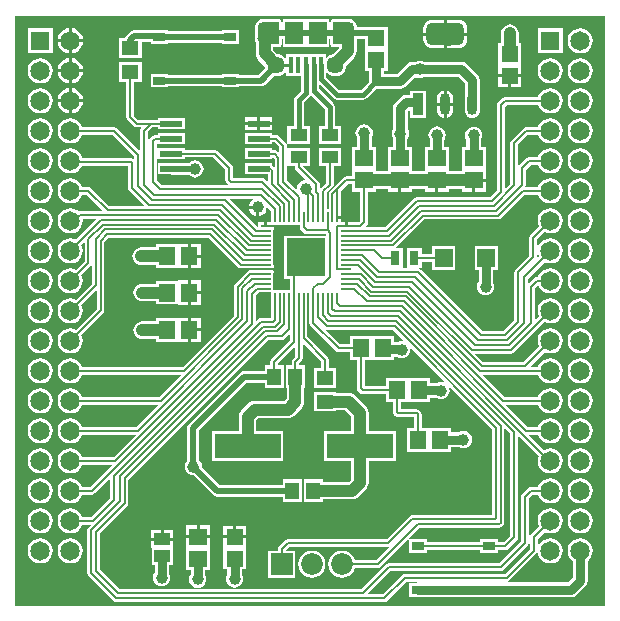
<source format=gtl>
G04*
G04 #@! TF.GenerationSoftware,Altium Limited,Altium Designer,23.2.1 (34)*
G04*
G04 Layer_Physical_Order=1*
G04 Layer_Color=255*
%FSLAX44Y44*%
%MOMM*%
G71*
G04*
G04 #@! TF.SameCoordinates,523C6F17-9805-44BE-8DD6-06E41B6C0E98*
G04*
G04*
G04 #@! TF.FilePolarity,Positive*
G04*
G01*
G75*
%ADD14C,0.2540*%
%ADD16C,0.5000*%
%ADD17R,0.8721X1.8596*%
G04:AMPARAMS|DCode=18|XSize=1.8596mm|YSize=0.8721mm|CornerRadius=0.4361mm|HoleSize=0mm|Usage=FLASHONLY|Rotation=90.000|XOffset=0mm|YOffset=0mm|HoleType=Round|Shape=RoundedRectangle|*
%AMROUNDEDRECTD18*
21,1,1.8596,0.0000,0,0,90.0*
21,1,0.9875,0.8721,0,0,90.0*
1,1,0.8721,0.0000,0.4938*
1,1,0.8721,0.0000,-0.4938*
1,1,0.8721,0.0000,-0.4938*
1,1,0.8721,0.0000,0.4938*
%
%ADD18ROUNDEDRECTD18*%
G04:AMPARAMS|DCode=19|XSize=1.8596mm|YSize=3.1721mm|CornerRadius=0.437mm|HoleSize=0mm|Usage=FLASHONLY|Rotation=90.000|XOffset=0mm|YOffset=0mm|HoleType=Round|Shape=RoundedRectangle|*
%AMROUNDEDRECTD19*
21,1,1.8596,2.2981,0,0,90.0*
21,1,0.9856,3.1721,0,0,90.0*
1,1,0.8740,1.1490,0.4928*
1,1,0.8740,1.1490,-0.4928*
1,1,0.8740,-1.1490,-0.4928*
1,1,0.8740,-1.1490,0.4928*
%
%ADD19ROUNDEDRECTD19*%
%ADD20R,1.0000X0.7000*%
%ADD21R,1.5000X1.9000*%
%ADD22R,0.4000X1.3500*%
%ADD23R,1.3562X1.0546*%
%ADD24R,1.4546X1.5562*%
%ADD25R,1.4621X1.3578*%
%ADD26R,1.4500X1.2000*%
%ADD27R,0.1778X0.8128*%
%ADD28R,1.1500X1.4500*%
%ADD29R,0.8000X1.2500*%
%ADD30R,1.5562X1.4546*%
%ADD31R,1.8288X0.5334*%
%ADD33R,0.8128X0.1778*%
%ADD34R,5.6000X2.1000*%
%ADD35R,1.4500X1.0500*%
%ADD36R,1.5000X1.6000*%
%ADD43R,3.2004X3.2004*%
%ADD49C,1.8400*%
%ADD50R,1.8400X1.8400*%
%ADD52C,0.1778*%
%ADD53C,0.7620*%
%ADD54C,0.3810*%
%ADD55C,0.5080*%
%ADD56C,1.0160*%
%ADD57C,1.2700*%
%ADD58C,1.4500*%
%ADD59C,1.6500*%
%ADD60R,1.6500X1.6500*%
%ADD61C,1.0000*%
G36*
X500000Y0D02*
X0D01*
Y500000D01*
X500000D01*
Y0D01*
D02*
G37*
%LPC*%
G36*
X282540Y496989D02*
X282403Y496971D01*
X269540D01*
X268648Y496793D01*
X267892Y496288D01*
X267387Y495532D01*
X267209Y494640D01*
Y490020D01*
X266326D01*
Y496926D01*
X246754D01*
Y490020D01*
X246326D01*
Y496926D01*
X226754D01*
Y490020D01*
X225871D01*
Y494640D01*
X225693Y495532D01*
X225188Y496288D01*
X224432Y496793D01*
X223540Y496971D01*
X210677D01*
X210540Y496989D01*
X208638Y496738D01*
X206866Y496004D01*
X205344Y494836D01*
X204176Y493314D01*
X203442Y491542D01*
X203191Y489640D01*
X203209Y489503D01*
X203209Y480779D01*
X203191Y480640D01*
X203442Y478738D01*
X204039Y477296D01*
Y467981D01*
X204292Y466059D01*
X205034Y464267D01*
X206215Y462728D01*
X212091Y456852D01*
X212231Y455790D01*
X206412Y449971D01*
X189686D01*
Y450836D01*
X175114D01*
Y449971D01*
X129686D01*
Y450836D01*
X115114D01*
Y439264D01*
X129686D01*
Y440130D01*
X175114D01*
Y439264D01*
X189686D01*
Y440130D01*
X208450D01*
X210333Y440504D01*
X211929Y441571D01*
X219190Y448831D01*
X221540Y448522D01*
X224029Y448849D01*
X226349Y449810D01*
X228341Y451339D01*
X229014Y452215D01*
X229254Y452133D01*
Y449104D01*
X242267D01*
Y436270D01*
X237421Y431424D01*
X236494Y430037D01*
X236169Y428402D01*
Y406316D01*
X230906D01*
Y391244D01*
X249978D01*
Y406316D01*
X244715D01*
Y426632D01*
X249562Y431478D01*
X249562Y431478D01*
X250430Y432778D01*
X250723Y432844D01*
X262427Y421140D01*
Y406316D01*
X257164D01*
Y391244D01*
X276236D01*
Y406316D01*
X270973D01*
Y422910D01*
X270648Y424545D01*
X269722Y425932D01*
X269722Y425932D01*
X257313Y438340D01*
Y442432D01*
X257548Y442529D01*
X270028Y430048D01*
X271415Y429122D01*
X273050Y428797D01*
X294959D01*
X296594Y429122D01*
X297980Y430048D01*
X306085Y438154D01*
X306229Y438125D01*
X326114D01*
X328493Y438598D01*
X330509Y439946D01*
X339008Y448445D01*
X339032D01*
X339226Y448296D01*
X340998Y447562D01*
X342900Y447311D01*
X344802Y447562D01*
X346574Y448296D01*
X346768Y448445D01*
X375611D01*
X381275Y442781D01*
Y432198D01*
X381014Y431570D01*
X380786Y429835D01*
Y419960D01*
X381014Y418225D01*
X381684Y416608D01*
X382750Y415219D01*
X384138Y414154D01*
X385755Y413484D01*
X387490Y413256D01*
X389225Y413484D01*
X390842Y414154D01*
X392230Y415219D01*
X393296Y416608D01*
X393966Y418225D01*
X394194Y419960D01*
Y429835D01*
X393966Y431570D01*
X393705Y432198D01*
Y445356D01*
X393232Y447734D01*
X391885Y449751D01*
X382581Y459055D01*
X380564Y460402D01*
X378186Y460875D01*
X346768D01*
X346574Y461024D01*
X344802Y461758D01*
X342900Y462009D01*
X340998Y461758D01*
X339226Y461024D01*
X339032Y460875D01*
X336434D01*
X334055Y460402D01*
X332039Y459055D01*
X323540Y450556D01*
X312445D01*
Y453293D01*
X315826D01*
Y471443D01*
X296633D01*
Y453293D01*
X300014D01*
Y444341D01*
X300042Y444197D01*
X293189Y437343D01*
X274820D01*
X263813Y448350D01*
Y449104D01*
X263826D01*
Y452133D01*
X264067Y452215D01*
X264739Y451339D01*
X266731Y449810D01*
X269051Y448849D01*
X271540Y448522D01*
X274029Y448849D01*
X276349Y449810D01*
X278341Y451339D01*
X279870Y453331D01*
X280831Y455651D01*
X281158Y458140D01*
X281125Y458392D01*
X287194Y464461D01*
X288374Y466000D01*
X289116Y467791D01*
X289370Y469714D01*
Y478089D01*
X289638Y478738D01*
X289828Y480181D01*
X289844Y480260D01*
X296633D01*
Y471837D01*
X315826D01*
Y489987D01*
X302167D01*
X302001Y490020D01*
X302001Y490020D01*
X289839D01*
X289638Y491542D01*
X288904Y493314D01*
X287736Y494836D01*
X286214Y496004D01*
X284442Y496739D01*
X282540Y496989D01*
D02*
G37*
G36*
X189686Y487836D02*
X175114D01*
Y486970D01*
X129686D01*
Y487836D01*
X115114D01*
Y487520D01*
X100766D01*
X98883Y487146D01*
X97287Y486079D01*
X94311Y483103D01*
X93244Y481507D01*
X93089Y480726D01*
X88254D01*
Y464154D01*
X107326D01*
Y477679D01*
X115114D01*
Y476264D01*
X129686D01*
Y477129D01*
X175114D01*
Y476264D01*
X189686D01*
Y487836D01*
D02*
G37*
G36*
X375980Y496320D02*
X365760D01*
Y485692D01*
X382950D01*
Y489351D01*
X382713Y491154D01*
X382016Y492835D01*
X380909Y494279D01*
X379465Y495387D01*
X377784Y496083D01*
X375980Y496320D01*
D02*
G37*
G36*
X363220D02*
X352999D01*
X351196Y496083D01*
X349515Y495387D01*
X348071Y494279D01*
X346964Y492835D01*
X346267Y491154D01*
X346030Y489351D01*
Y485692D01*
X363220D01*
Y496320D01*
D02*
G37*
G36*
X48260Y489506D02*
Y480060D01*
X57706D01*
X57502Y481607D01*
X56415Y484232D01*
X54686Y486485D01*
X52432Y488215D01*
X49807Y489302D01*
X48260Y489506D01*
D02*
G37*
G36*
X45720D02*
X44173Y489302D01*
X41549Y488215D01*
X39295Y486485D01*
X37565Y484232D01*
X36478Y481607D01*
X36274Y480060D01*
X45720D01*
Y489506D01*
D02*
G37*
G36*
X363220Y483153D02*
X346030D01*
Y479494D01*
X346267Y477691D01*
X346964Y476010D01*
X348071Y474566D01*
X349515Y473458D01*
X351196Y472762D01*
X352999Y472525D01*
X363220D01*
Y483153D01*
D02*
G37*
G36*
X382950D02*
X365760D01*
Y472525D01*
X366557D01*
X366946Y472473D01*
X367335Y472525D01*
X375980D01*
X377784Y472762D01*
X379465Y473458D01*
X380909Y474566D01*
X382016Y476010D01*
X382713Y477691D01*
X382950Y479494D01*
Y483153D01*
D02*
G37*
G36*
X463926Y489326D02*
X442854D01*
Y468254D01*
X463926D01*
Y489326D01*
D02*
G37*
G36*
X32126D02*
X11054D01*
Y468254D01*
X32126D01*
Y489326D01*
D02*
G37*
G36*
X478790Y489417D02*
X476040Y489055D01*
X473476Y487993D01*
X471276Y486304D01*
X469587Y484104D01*
X468525Y481540D01*
X468163Y478790D01*
X468525Y476040D01*
X469587Y473476D01*
X471276Y471276D01*
X473476Y469587D01*
X476040Y468525D01*
X478790Y468163D01*
X481540Y468525D01*
X484104Y469587D01*
X486304Y471276D01*
X487993Y473476D01*
X489055Y476040D01*
X489417Y478790D01*
X489055Y481540D01*
X487993Y484104D01*
X486304Y486304D01*
X484104Y487993D01*
X481540Y489055D01*
X478790Y489417D01*
D02*
G37*
G36*
X45720Y477520D02*
X36274D01*
X36478Y475973D01*
X37565Y473348D01*
X39295Y471095D01*
X41549Y469365D01*
X44173Y468278D01*
X45720Y468074D01*
Y477520D01*
D02*
G37*
G36*
X57706D02*
X48260D01*
Y468074D01*
X49807Y468278D01*
X52432Y469365D01*
X54686Y471095D01*
X56415Y473348D01*
X57502Y475973D01*
X57706Y477520D01*
D02*
G37*
G36*
X48260Y464106D02*
Y454660D01*
X57706D01*
X57502Y456207D01*
X56415Y458832D01*
X54686Y461086D01*
X52432Y462815D01*
X49807Y463902D01*
X48260Y464106D01*
D02*
G37*
G36*
X45720D02*
X44173Y463902D01*
X41549Y462815D01*
X39295Y461086D01*
X37565Y458832D01*
X36478Y456207D01*
X36274Y454660D01*
X45720D01*
Y464106D01*
D02*
G37*
G36*
X419100Y492570D02*
X417177Y492316D01*
X415385Y491574D01*
X413847Y490393D01*
X412666Y488855D01*
X411924Y487063D01*
X411670Y485140D01*
Y476817D01*
X409503D01*
Y458781D01*
X409503Y458667D01*
X409307Y458527D01*
X409249D01*
Y450468D01*
X419100D01*
X428951D01*
Y458527D01*
X428893D01*
X428697Y458667D01*
X428697Y458781D01*
Y476817D01*
X426530D01*
Y485140D01*
X426276Y487063D01*
X425534Y488855D01*
X424353Y490393D01*
X422815Y491574D01*
X421023Y492316D01*
X419100Y492570D01*
D02*
G37*
G36*
X107326Y460726D02*
X88254D01*
Y444154D01*
X94553D01*
Y414020D01*
X94799Y412781D01*
X95501Y411731D01*
X100941Y406291D01*
X101991Y405589D01*
X103230Y405343D01*
X107063D01*
X107160Y405108D01*
X106931Y404879D01*
X106229Y403829D01*
X105983Y402590D01*
Y385337D01*
X105748Y385240D01*
X86109Y404879D01*
X85059Y405581D01*
X83820Y405827D01*
X57053D01*
X56193Y407904D01*
X54504Y410104D01*
X52304Y411793D01*
X49740Y412855D01*
X46990Y413217D01*
X44240Y412855D01*
X41677Y411793D01*
X39476Y410104D01*
X37787Y407904D01*
X36725Y405340D01*
X36363Y402590D01*
X36725Y399840D01*
X37787Y397276D01*
X39476Y395076D01*
X41677Y393387D01*
X44240Y392325D01*
X46990Y391963D01*
X49740Y392325D01*
X52304Y393387D01*
X54504Y395076D01*
X56193Y397276D01*
X57053Y399353D01*
X82479D01*
X100903Y380929D01*
Y378230D01*
X100668Y378133D01*
X100308Y378494D01*
X99257Y379195D01*
X98018Y379442D01*
X57320D01*
X57255Y379940D01*
X56193Y382504D01*
X54504Y384704D01*
X52304Y386393D01*
X49740Y387455D01*
X46990Y387817D01*
X44240Y387455D01*
X41677Y386393D01*
X39476Y384704D01*
X37787Y382504D01*
X36725Y379940D01*
X36363Y377190D01*
X36725Y374440D01*
X37787Y371876D01*
X39476Y369676D01*
X41677Y367987D01*
X44240Y366925D01*
X46990Y366563D01*
X49740Y366925D01*
X52304Y367987D01*
X54504Y369676D01*
X56193Y371876D01*
X56645Y372967D01*
X95823D01*
Y354330D01*
X96069Y353091D01*
X96771Y352041D01*
X110060Y338752D01*
X109963Y338517D01*
X80081D01*
X64519Y354079D01*
X63469Y354781D01*
X62230Y355027D01*
X57053D01*
X56193Y357104D01*
X54504Y359304D01*
X52304Y360993D01*
X49740Y362055D01*
X46990Y362417D01*
X44240Y362055D01*
X41677Y360993D01*
X39476Y359304D01*
X37787Y357104D01*
X36725Y354540D01*
X36363Y351790D01*
X36725Y349040D01*
X37787Y346477D01*
X39476Y344276D01*
X41677Y342587D01*
X44240Y341525D01*
X46990Y341163D01*
X49740Y341525D01*
X52304Y342587D01*
X54504Y344276D01*
X56193Y346477D01*
X57053Y348553D01*
X60889D01*
X74754Y334688D01*
X74657Y334453D01*
X55392D01*
X54154Y334207D01*
X54131Y334191D01*
X52304Y335593D01*
X49740Y336655D01*
X46990Y337017D01*
X44240Y336655D01*
X41677Y335593D01*
X39476Y333904D01*
X37787Y331703D01*
X36725Y329140D01*
X36363Y326390D01*
X36725Y323640D01*
X37787Y321077D01*
X39476Y318876D01*
X41677Y317187D01*
X44240Y316125D01*
X46990Y315763D01*
X49740Y316125D01*
X52304Y317187D01*
X54504Y318876D01*
X56193Y321077D01*
X57255Y323640D01*
X57617Y326390D01*
X57433Y327788D01*
X57600Y327979D01*
X69069D01*
X69166Y327744D01*
X51817Y310395D01*
X49740Y311255D01*
X46990Y311617D01*
X44240Y311255D01*
X41677Y310193D01*
X39476Y308504D01*
X37787Y306304D01*
X36725Y303740D01*
X36363Y300990D01*
X36725Y298240D01*
X37787Y295676D01*
X39476Y293476D01*
X41677Y291787D01*
X44240Y290725D01*
X46990Y290363D01*
X49740Y290725D01*
X52304Y291787D01*
X54504Y293476D01*
X56193Y295676D01*
X57255Y298240D01*
X57617Y300990D01*
X57255Y303740D01*
X56395Y305817D01*
X58849Y308271D01*
X59084Y308174D01*
Y292262D01*
X51817Y284995D01*
X49740Y285855D01*
X46990Y286217D01*
X44240Y285855D01*
X41677Y284793D01*
X39476Y283104D01*
X37787Y280903D01*
X36725Y278340D01*
X36363Y275590D01*
X36725Y272840D01*
X37787Y270277D01*
X39476Y268076D01*
X41677Y266387D01*
X44240Y265325D01*
X46990Y264963D01*
X49740Y265325D01*
X52304Y266387D01*
X54504Y268076D01*
X56193Y270277D01*
X57255Y272840D01*
X57617Y275590D01*
X57255Y278340D01*
X56395Y280417D01*
X64610Y288632D01*
X65089Y289348D01*
X65343Y289271D01*
Y273121D01*
X51817Y259595D01*
X49740Y260455D01*
X46990Y260817D01*
X44240Y260455D01*
X41677Y259393D01*
X39476Y257704D01*
X37787Y255504D01*
X36725Y252940D01*
X36363Y250190D01*
X36725Y247440D01*
X37787Y244876D01*
X39476Y242676D01*
X41677Y240987D01*
X44240Y239925D01*
X46990Y239563D01*
X49740Y239925D01*
X52304Y240987D01*
X54504Y242676D01*
X56193Y244876D01*
X57255Y247440D01*
X57617Y250190D01*
X57255Y252940D01*
X56395Y255017D01*
X69172Y267794D01*
X69407Y267697D01*
Y251785D01*
X51817Y234195D01*
X49740Y235055D01*
X46990Y235417D01*
X44240Y235055D01*
X41677Y233993D01*
X39476Y232304D01*
X37787Y230103D01*
X36725Y227540D01*
X36363Y224790D01*
X36725Y222040D01*
X37787Y219477D01*
X39476Y217276D01*
X41677Y215587D01*
X44240Y214525D01*
X46990Y214163D01*
X49740Y214525D01*
X52304Y215587D01*
X54504Y217276D01*
X56193Y219477D01*
X57255Y222040D01*
X57617Y224790D01*
X57255Y227540D01*
X56395Y229617D01*
X74933Y248155D01*
X75635Y249205D01*
X75881Y250444D01*
Y308061D01*
X79543Y311723D01*
X164232D01*
X189060Y286895D01*
X190110Y286193D01*
X191349Y285947D01*
X205900D01*
Y284293D01*
X199109D01*
X197870Y284047D01*
X196820Y283345D01*
X186433Y272958D01*
X185731Y271908D01*
X185485Y270669D01*
Y246008D01*
X142104Y202627D01*
X57053D01*
X56193Y204704D01*
X54504Y206904D01*
X52304Y208593D01*
X49740Y209655D01*
X46990Y210017D01*
X44240Y209655D01*
X41677Y208593D01*
X39476Y206904D01*
X37787Y204704D01*
X36725Y202140D01*
X36363Y199390D01*
X36725Y196640D01*
X37787Y194076D01*
X39476Y191876D01*
X41677Y190187D01*
X44240Y189125D01*
X46990Y188763D01*
X49740Y189125D01*
X52304Y190187D01*
X54504Y191876D01*
X56193Y194076D01*
X57053Y196153D01*
X141046D01*
X141143Y195918D01*
X122452Y177227D01*
X57053D01*
X56193Y179303D01*
X54504Y181504D01*
X52304Y183193D01*
X49740Y184255D01*
X46990Y184617D01*
X44240Y184255D01*
X41677Y183193D01*
X39476Y181504D01*
X37787Y179303D01*
X36725Y176740D01*
X36363Y173990D01*
X36725Y171240D01*
X37787Y168676D01*
X39476Y166476D01*
X41677Y164787D01*
X44240Y163725D01*
X46990Y163363D01*
X49740Y163725D01*
X52304Y164787D01*
X54504Y166476D01*
X56193Y168676D01*
X57053Y170753D01*
X121393D01*
X121490Y170518D01*
X102799Y151827D01*
X57053D01*
X56193Y153904D01*
X54504Y156104D01*
X52304Y157793D01*
X49740Y158855D01*
X46990Y159217D01*
X44240Y158855D01*
X41677Y157793D01*
X39476Y156104D01*
X37787Y153904D01*
X36725Y151340D01*
X36363Y148590D01*
X36725Y145840D01*
X37787Y143277D01*
X39476Y141076D01*
X41677Y139387D01*
X44240Y138325D01*
X46990Y137963D01*
X49740Y138325D01*
X52304Y139387D01*
X54504Y141076D01*
X56193Y143277D01*
X57053Y145353D01*
X102278D01*
X102375Y145118D01*
X83684Y126427D01*
X57053D01*
X56193Y128504D01*
X54504Y130704D01*
X52304Y132393D01*
X49740Y133455D01*
X46990Y133817D01*
X44240Y133455D01*
X41677Y132393D01*
X39476Y130704D01*
X37787Y128504D01*
X36725Y125940D01*
X36363Y123190D01*
X36725Y120440D01*
X37787Y117877D01*
X39476Y115676D01*
X41677Y113987D01*
X44240Y112925D01*
X46990Y112563D01*
X49740Y112925D01*
X52304Y113987D01*
X54504Y115676D01*
X56193Y117877D01*
X57053Y119953D01*
X82626D01*
X82723Y119718D01*
X64032Y101027D01*
X57053D01*
X56193Y103104D01*
X54504Y105304D01*
X52304Y106993D01*
X49740Y108055D01*
X46990Y108417D01*
X44240Y108055D01*
X41677Y106993D01*
X39476Y105304D01*
X37787Y103104D01*
X36725Y100540D01*
X36363Y97790D01*
X36725Y95040D01*
X37787Y92477D01*
X39476Y90276D01*
X41677Y88587D01*
X44240Y87525D01*
X46990Y87163D01*
X49740Y87525D01*
X52304Y88587D01*
X54504Y90276D01*
X56193Y92477D01*
X57053Y94553D01*
X65373D01*
X66611Y94799D01*
X67662Y95501D01*
X80348Y108187D01*
X80583Y108090D01*
Y91511D01*
X64699Y75627D01*
X57053D01*
X56193Y77703D01*
X54504Y79904D01*
X52304Y81593D01*
X49740Y82655D01*
X46990Y83017D01*
X44240Y82655D01*
X41677Y81593D01*
X39476Y79904D01*
X37787Y77703D01*
X36725Y75140D01*
X36363Y72390D01*
X36725Y69640D01*
X37787Y67077D01*
X39476Y64876D01*
X41677Y63187D01*
X44240Y62125D01*
X46990Y61763D01*
X49740Y62125D01*
X52304Y63187D01*
X54504Y64876D01*
X56193Y67077D01*
X57053Y69153D01*
X64243D01*
X64340Y68918D01*
X62481Y67059D01*
X61779Y66009D01*
X61533Y64770D01*
Y27940D01*
X61779Y26701D01*
X62481Y25651D01*
X83515Y4617D01*
X84565Y3916D01*
X85804Y3669D01*
X312976D01*
X314215Y3916D01*
X315265Y4617D01*
X331541Y20893D01*
X416560D01*
X417799Y21139D01*
X418849Y21841D01*
X441709Y44701D01*
X442411Y45751D01*
X442567Y46535D01*
X442824Y46527D01*
X443125Y44240D01*
X444187Y41677D01*
X445876Y39476D01*
X448077Y37787D01*
X450640Y36725D01*
X453390Y36363D01*
X456140Y36725D01*
X458703Y37787D01*
X460904Y39476D01*
X462593Y41677D01*
X463655Y44240D01*
X464017Y46990D01*
X463655Y49740D01*
X462593Y52304D01*
X460904Y54504D01*
X458703Y56193D01*
X456140Y57255D01*
X453390Y57617D01*
X450640Y57255D01*
X448077Y56193D01*
X445876Y54504D01*
X444187Y52304D01*
X443125Y49740D01*
X442911Y48115D01*
X442657Y48132D01*
Y57079D01*
X448563Y62985D01*
X450640Y62125D01*
X453390Y61763D01*
X456140Y62125D01*
X458703Y63187D01*
X460904Y64876D01*
X462593Y67077D01*
X463655Y69640D01*
X464017Y72390D01*
X463655Y75140D01*
X462593Y77703D01*
X460904Y79904D01*
X458703Y81593D01*
X456140Y82655D01*
X453390Y83017D01*
X450640Y82655D01*
X448077Y81593D01*
X445876Y79904D01*
X444187Y77703D01*
X443125Y75140D01*
X442763Y72390D01*
X443125Y69640D01*
X443985Y67563D01*
X437131Y60709D01*
X436429Y59659D01*
X436183Y58420D01*
Y48331D01*
X415219Y27367D01*
X330200D01*
X328961Y27121D01*
X327911Y26419D01*
X311635Y10144D01*
X298723D01*
X298626Y10378D01*
X318031Y29783D01*
X411480D01*
X412719Y30029D01*
X413769Y30731D01*
X434089Y51051D01*
X434791Y52101D01*
X435037Y53340D01*
Y91369D01*
X438221Y94553D01*
X443327D01*
X444187Y92477D01*
X445876Y90276D01*
X448077Y88587D01*
X450640Y87525D01*
X453390Y87163D01*
X456140Y87525D01*
X458703Y88587D01*
X460904Y90276D01*
X462593Y92477D01*
X463655Y95040D01*
X464017Y97790D01*
X463655Y100540D01*
X462593Y103104D01*
X460904Y105304D01*
X458703Y106993D01*
X456140Y108055D01*
X453390Y108417D01*
X450640Y108055D01*
X448077Y106993D01*
X445876Y105304D01*
X444187Y103104D01*
X443327Y101027D01*
X436880D01*
X435641Y100781D01*
X434591Y100079D01*
X429511Y94999D01*
X428809Y93949D01*
X428563Y92710D01*
Y54681D01*
X410139Y36257D01*
X316690D01*
X315451Y36011D01*
X314401Y35309D01*
X293299Y14208D01*
X88828D01*
X72071Y30964D01*
Y61746D01*
X95253Y84928D01*
X95955Y85978D01*
X96201Y87217D01*
Y106798D01*
X214766Y225363D01*
X226060D01*
X227299Y225609D01*
X228349Y226311D01*
X232908Y230870D01*
X233143Y230773D01*
Y225021D01*
X217311Y209189D01*
X216609Y208139D01*
X216363Y206900D01*
Y203846D01*
X211564D01*
Y199230D01*
X194310D01*
X192427Y198856D01*
X190831Y197789D01*
X147651Y154609D01*
X146584Y153013D01*
X146209Y151130D01*
Y123518D01*
X145934Y123306D01*
X144766Y121784D01*
X144032Y120012D01*
X143781Y118110D01*
X144032Y116208D01*
X144766Y114436D01*
X145934Y112914D01*
X147456Y111746D01*
X149228Y111012D01*
X151130Y110761D01*
X151475Y110807D01*
X167971Y94311D01*
X169567Y93244D01*
X171450Y92870D01*
X226804D01*
Y88254D01*
X242876D01*
Y107326D01*
X226804D01*
Y102711D01*
X173488D01*
X158434Y117765D01*
X158479Y118110D01*
X158228Y120012D01*
X157494Y121784D01*
X156326Y123306D01*
X156051Y123518D01*
Y149092D01*
X196348Y189389D01*
X211564D01*
Y184774D01*
X227636D01*
Y203846D01*
X222837D01*
Y205559D01*
X236972Y219694D01*
X237207Y219597D01*
Y211305D01*
X235311Y209409D01*
X234609Y208359D01*
X234363Y207120D01*
Y203846D01*
X229564D01*
Y184774D01*
X230170D01*
Y175907D01*
X228063Y173800D01*
X203052D01*
X201129Y173546D01*
X199337Y172804D01*
X197798Y171623D01*
X191847Y165672D01*
X190666Y164133D01*
X189924Y162341D01*
X189670Y160418D01*
Y148676D01*
X166814D01*
Y123104D01*
X227386D01*
Y148676D01*
X204529D01*
Y157341D01*
X206129Y158940D01*
X231140D01*
X233063Y159194D01*
X234855Y159936D01*
X236394Y161117D01*
X242854Y167577D01*
X244034Y169115D01*
X244776Y170907D01*
X245030Y172830D01*
Y184774D01*
X245636D01*
Y203846D01*
X240837D01*
Y205779D01*
X242733Y207675D01*
X243435Y208725D01*
X243681Y209964D01*
Y222579D01*
X243916Y222676D01*
X259269Y207323D01*
Y201596D01*
X252971D01*
Y185024D01*
X272043D01*
Y201596D01*
X265744D01*
Y208664D01*
X265497Y209902D01*
X264796Y210952D01*
X247745Y228003D01*
Y254640D01*
X249399D01*
Y240124D01*
X249645Y238885D01*
X250347Y237835D01*
X272031Y216151D01*
X273081Y215449D01*
X274320Y215203D01*
X283443D01*
Y208373D01*
X289765D01*
Y184518D01*
X290011Y183279D01*
X290713Y182229D01*
X292351Y180591D01*
X293401Y179889D01*
X294640Y179643D01*
X313923D01*
Y172813D01*
X320245D01*
Y164504D01*
X320491Y163265D01*
X321193Y162215D01*
X322235Y161173D01*
X323285Y160471D01*
X324524Y160225D01*
X338025D01*
Y151037D01*
X331703D01*
Y130903D01*
X369337D01*
Y134755D01*
X375862D01*
X376056Y134606D01*
X377828Y133872D01*
X379730Y133621D01*
X381632Y133872D01*
X383404Y134606D01*
X384926Y135774D01*
X386094Y137296D01*
X386828Y139068D01*
X387079Y140970D01*
X386828Y142872D01*
X386094Y144644D01*
X384926Y146166D01*
X383404Y147334D01*
X381632Y148068D01*
X379730Y148319D01*
X377828Y148068D01*
X376056Y147334D01*
X375862Y147185D01*
X369337D01*
Y151037D01*
X344499D01*
Y162421D01*
X344253Y163659D01*
X343551Y164710D01*
X342510Y165751D01*
X341460Y166453D01*
X340221Y166699D01*
X326719D01*
Y172813D01*
X351557D01*
Y176449D01*
X356662D01*
X357137Y176084D01*
X358910Y175350D01*
X360812Y175100D01*
X362714Y175350D01*
X364486Y176084D01*
X366008Y177252D01*
X367176Y178774D01*
X367910Y180546D01*
X368161Y182448D01*
X367910Y184350D01*
X367176Y186123D01*
X366008Y187645D01*
X364486Y188813D01*
X362714Y189547D01*
X360812Y189797D01*
X358910Y189547D01*
X357299Y188880D01*
X351557D01*
Y192947D01*
X313923D01*
Y186117D01*
X296239D01*
Y208373D01*
X321077D01*
Y211410D01*
X323198D01*
X323986Y210806D01*
X325758Y210072D01*
X327660Y209821D01*
X329562Y210072D01*
X331334Y210806D01*
X332856Y211974D01*
X334024Y213496D01*
X334758Y215268D01*
X335009Y217170D01*
X334783Y218885D01*
X335024Y219004D01*
X404080Y149948D01*
Y77052D01*
X336705D01*
X335466Y76806D01*
X334416Y76104D01*
X314889Y56577D01*
X231140D01*
X229901Y56331D01*
X228851Y55629D01*
X223771Y50549D01*
X223069Y49499D01*
X222823Y48260D01*
Y47046D01*
X214574D01*
Y24074D01*
X237546D01*
Y47046D01*
X229756D01*
X229659Y47281D01*
X232481Y50103D01*
X316230D01*
X317123Y50280D01*
X317248Y50046D01*
X305999Y38797D01*
X287951D01*
X286893Y41353D01*
X285052Y43752D01*
X282652Y45593D01*
X279858Y46750D01*
X276860Y47145D01*
X273862Y46750D01*
X271068Y45593D01*
X268668Y43752D01*
X266827Y41353D01*
X265670Y38558D01*
X265275Y35560D01*
X265670Y32562D01*
X266827Y29767D01*
X268668Y27368D01*
X271068Y25527D01*
X273862Y24370D01*
X276860Y23975D01*
X279858Y24370D01*
X282652Y25527D01*
X285052Y27368D01*
X286893Y29767D01*
X287951Y32323D01*
X307340D01*
X308579Y32569D01*
X309629Y33271D01*
X342872Y66514D01*
X410339D01*
X411578Y66760D01*
X412629Y67462D01*
X413670Y68503D01*
X414372Y69554D01*
X414618Y70792D01*
Y150572D01*
X414853Y150670D01*
X419673Y145850D01*
Y59761D01*
X414034Y54122D01*
X408761D01*
Y56671D01*
X394189D01*
Y54122D01*
X348761D01*
Y56671D01*
X334189D01*
Y45099D01*
X348761D01*
Y47648D01*
X394189D01*
Y45099D01*
X408761D01*
Y47648D01*
X415375D01*
X416614Y47894D01*
X417664Y48596D01*
X425199Y56131D01*
X425901Y57181D01*
X426147Y58420D01*
Y144791D01*
X426382Y144888D01*
X443771Y127499D01*
X443125Y125940D01*
X442763Y123190D01*
X443125Y120440D01*
X444187Y117877D01*
X445876Y115676D01*
X448077Y113987D01*
X450640Y112925D01*
X453390Y112563D01*
X456140Y112925D01*
X458703Y113987D01*
X460904Y115676D01*
X462593Y117877D01*
X463655Y120440D01*
X464017Y123190D01*
X463655Y125940D01*
X462593Y128504D01*
X460904Y130704D01*
X458703Y132393D01*
X456140Y133455D01*
X453390Y133817D01*
X450640Y133455D01*
X448077Y132393D01*
X448052Y132374D01*
X435308Y145118D01*
X435405Y145353D01*
X443327D01*
X444187Y143277D01*
X445876Y141076D01*
X448077Y139387D01*
X450640Y138325D01*
X453390Y137963D01*
X456140Y138325D01*
X458703Y139387D01*
X460904Y141076D01*
X462593Y143277D01*
X463655Y145840D01*
X464017Y148590D01*
X463655Y151340D01*
X462593Y153904D01*
X460904Y156104D01*
X458703Y157793D01*
X456140Y158855D01*
X453390Y159217D01*
X450640Y158855D01*
X448077Y157793D01*
X445876Y156104D01*
X444187Y153904D01*
X443327Y151827D01*
X434346D01*
X415655Y170518D01*
X415752Y170753D01*
X443327D01*
X444187Y168676D01*
X445876Y166476D01*
X448077Y164787D01*
X450640Y163725D01*
X453390Y163363D01*
X456140Y163725D01*
X458703Y164787D01*
X460904Y166476D01*
X462593Y168676D01*
X463655Y171240D01*
X464017Y173990D01*
X463655Y176740D01*
X462593Y179303D01*
X460904Y181504D01*
X458703Y183193D01*
X456140Y184255D01*
X453390Y184617D01*
X450640Y184255D01*
X448077Y183193D01*
X445876Y181504D01*
X444187Y179303D01*
X443327Y177227D01*
X414693D01*
X396003Y195918D01*
X396100Y196153D01*
X443327D01*
X444187Y194076D01*
X445876Y191876D01*
X448077Y190187D01*
X450640Y189125D01*
X453390Y188763D01*
X456140Y189125D01*
X458703Y190187D01*
X460904Y191876D01*
X462593Y194076D01*
X463655Y196640D01*
X464017Y199390D01*
X463655Y202140D01*
X462593Y204704D01*
X460904Y206904D01*
X458703Y208593D01*
X456140Y209655D01*
X453390Y210017D01*
X450640Y209655D01*
X448077Y208593D01*
X445876Y206904D01*
X444187Y204704D01*
X443327Y202627D01*
X436137D01*
X436040Y202862D01*
X448563Y215385D01*
X450640Y214525D01*
X453390Y214163D01*
X456140Y214525D01*
X458703Y215587D01*
X460904Y217276D01*
X462593Y219477D01*
X463655Y222040D01*
X464017Y224790D01*
X463655Y227540D01*
X462593Y230103D01*
X460904Y232304D01*
X458703Y233993D01*
X456140Y235055D01*
X453390Y235417D01*
X450640Y235055D01*
X448077Y233993D01*
X445876Y232304D01*
X444187Y230103D01*
X443125Y227540D01*
X442763Y224790D01*
X443125Y222040D01*
X443985Y219963D01*
X430713Y206691D01*
X396724D01*
X389717Y213698D01*
X389815Y213933D01*
X420370D01*
X421609Y214179D01*
X422659Y214881D01*
X448563Y240785D01*
X450640Y239925D01*
X453390Y239563D01*
X456140Y239925D01*
X458703Y240987D01*
X460904Y242676D01*
X462593Y244876D01*
X463655Y247440D01*
X464017Y250190D01*
X463655Y252940D01*
X462593Y255504D01*
X460904Y257704D01*
X458703Y259393D01*
X456140Y260455D01*
X453390Y260817D01*
X450640Y260455D01*
X448077Y259393D01*
X445876Y257704D01*
X444187Y255504D01*
X443125Y252940D01*
X442763Y250190D01*
X443125Y247440D01*
X443985Y245363D01*
X440352Y241730D01*
X440117Y241827D01*
Y269169D01*
X443125Y272177D01*
X443424Y272117D01*
X444187Y270277D01*
X445876Y268076D01*
X448077Y266387D01*
X450640Y265325D01*
X453390Y264963D01*
X456140Y265325D01*
X458703Y266387D01*
X460904Y268076D01*
X462593Y270277D01*
X463655Y272840D01*
X464017Y275590D01*
X463655Y278340D01*
X462593Y280903D01*
X460904Y283104D01*
X458703Y284793D01*
X456140Y285855D01*
X453390Y286217D01*
X450640Y285855D01*
X448077Y284793D01*
X445876Y283104D01*
X444187Y280903D01*
X443327Y278827D01*
X441960D01*
X440721Y278581D01*
X439671Y277879D01*
X434591Y272799D01*
X434518Y272690D01*
X434275Y272764D01*
Y277297D01*
X448563Y291585D01*
X450640Y290725D01*
X453390Y290363D01*
X456140Y290725D01*
X458703Y291787D01*
X460904Y293476D01*
X462593Y295676D01*
X463655Y298240D01*
X464017Y300990D01*
X463655Y303740D01*
X462593Y306304D01*
X460904Y308504D01*
X458703Y310193D01*
X456140Y311255D01*
X453390Y311617D01*
X450640Y311255D01*
X448077Y310193D01*
X445876Y308504D01*
X444187Y306304D01*
X443125Y303740D01*
X442763Y300990D01*
X443125Y298240D01*
X443985Y296163D01*
X442145Y294323D01*
X441911Y294448D01*
X442088Y295341D01*
Y310510D01*
X448563Y316985D01*
X450640Y316125D01*
X453390Y315763D01*
X456140Y316125D01*
X458703Y317187D01*
X460904Y318876D01*
X462593Y321077D01*
X463655Y323640D01*
X464017Y326390D01*
X463655Y329140D01*
X462593Y331703D01*
X460904Y333904D01*
X458703Y335593D01*
X456140Y336655D01*
X453390Y337017D01*
X450640Y336655D01*
X448077Y335593D01*
X445876Y333904D01*
X444187Y331703D01*
X443125Y329140D01*
X442763Y326390D01*
X443125Y323640D01*
X443985Y321563D01*
X436562Y314140D01*
X435860Y313090D01*
X435614Y311851D01*
Y296682D01*
X423923Y284991D01*
X423221Y283941D01*
X422975Y282702D01*
Y242198D01*
X413376Y232599D01*
X396311D01*
X343919Y284991D01*
X342869Y285693D01*
X342079Y285850D01*
X342104Y286104D01*
X344486D01*
Y291403D01*
X353434D01*
Y284354D01*
X373006D01*
Y304926D01*
X353434D01*
Y297877D01*
X344486D01*
Y303176D01*
X331914D01*
Y286193D01*
X331914Y286104D01*
X331728Y285939D01*
X328672D01*
X328486Y286104D01*
Y303176D01*
X322818D01*
X322721Y303411D01*
X346781Y327471D01*
X409448D01*
X410687Y327717D01*
X411737Y328419D01*
X431871Y348553D01*
X443327D01*
X444187Y346477D01*
X445876Y344276D01*
X448077Y342587D01*
X450640Y341525D01*
X453390Y341163D01*
X456140Y341525D01*
X458703Y342587D01*
X460904Y344276D01*
X462593Y346477D01*
X463655Y349040D01*
X464017Y351790D01*
X463655Y354540D01*
X462593Y357104D01*
X460904Y359304D01*
X458703Y360993D01*
X456140Y362055D01*
X453390Y362417D01*
X450640Y362055D01*
X448077Y360993D01*
X445876Y359304D01*
X444187Y357104D01*
X443327Y355027D01*
X432160D01*
X432040Y355251D01*
X432251Y355566D01*
X432497Y356805D01*
Y369499D01*
X436951Y373953D01*
X443327D01*
X444187Y371876D01*
X445876Y369676D01*
X448077Y367987D01*
X450640Y366925D01*
X453390Y366563D01*
X456140Y366925D01*
X458703Y367987D01*
X460904Y369676D01*
X462593Y371876D01*
X463655Y374440D01*
X464017Y377190D01*
X463655Y379940D01*
X462593Y382504D01*
X460904Y384704D01*
X458703Y386393D01*
X456140Y387455D01*
X453390Y387817D01*
X450640Y387455D01*
X448077Y386393D01*
X445876Y384704D01*
X444187Y382504D01*
X443327Y380427D01*
X435610D01*
X434371Y380181D01*
X433321Y379479D01*
X426971Y373129D01*
X426401Y372276D01*
X426147Y372354D01*
Y391089D01*
X434411Y399353D01*
X443327D01*
X444187Y397276D01*
X445876Y395076D01*
X448077Y393387D01*
X450640Y392325D01*
X453390Y391963D01*
X456140Y392325D01*
X458703Y393387D01*
X460904Y395076D01*
X462593Y397276D01*
X463655Y399840D01*
X464017Y402590D01*
X463655Y405340D01*
X462593Y407904D01*
X460904Y410104D01*
X458703Y411793D01*
X456140Y412855D01*
X453390Y413217D01*
X450640Y412855D01*
X448077Y411793D01*
X445876Y410104D01*
X444187Y407904D01*
X443327Y405827D01*
X433070D01*
X431831Y405581D01*
X430781Y404879D01*
X420621Y394719D01*
X419919Y393669D01*
X419673Y392430D01*
Y357543D01*
X414952Y352823D01*
X414717Y352920D01*
Y422839D01*
X416631Y424753D01*
X443327D01*
X444187Y422677D01*
X445876Y420476D01*
X448077Y418787D01*
X450640Y417725D01*
X453390Y417363D01*
X456140Y417725D01*
X458703Y418787D01*
X460904Y420476D01*
X462593Y422677D01*
X463655Y425240D01*
X464017Y427990D01*
X463655Y430740D01*
X462593Y433303D01*
X460904Y435504D01*
X458703Y437193D01*
X456140Y438255D01*
X453390Y438617D01*
X450640Y438255D01*
X448077Y437193D01*
X445876Y435504D01*
X444187Y433303D01*
X443327Y431227D01*
X415290D01*
X414051Y430981D01*
X413001Y430279D01*
X409191Y426469D01*
X408489Y425419D01*
X408243Y424180D01*
Y351861D01*
X402519Y346137D01*
X340360D01*
X339121Y345891D01*
X338071Y345189D01*
X313751Y320869D01*
X296569D01*
X296472Y321104D01*
X298199Y322831D01*
X298901Y323881D01*
X299147Y325120D01*
Y350867D01*
X306231D01*
Y353250D01*
X315764D01*
Y350867D01*
X324815D01*
Y360680D01*
X327355D01*
Y350867D01*
X336406D01*
Y353250D01*
X346978D01*
Y350867D01*
X356029D01*
Y360680D01*
X358569D01*
Y350867D01*
X367620D01*
Y353250D01*
X378301D01*
Y350867D01*
X387352D01*
Y360680D01*
X388622D01*
Y361950D01*
X398943D01*
Y370493D01*
X398689D01*
Y388755D01*
X394836D01*
Y394913D01*
X394984Y395106D01*
X395718Y396878D01*
X395969Y398780D01*
X395718Y400682D01*
X394984Y402454D01*
X393816Y403976D01*
X392294Y405144D01*
X390522Y405878D01*
X388620Y406129D01*
X386718Y405878D01*
X384946Y405144D01*
X383424Y403976D01*
X382256Y402454D01*
X381522Y400682D01*
X381271Y398780D01*
X381522Y396878D01*
X382256Y395106D01*
X382406Y394910D01*
Y388755D01*
X378555D01*
Y370493D01*
X378301D01*
Y368110D01*
X367620D01*
Y370493D01*
X367366D01*
Y388755D01*
X363648D01*
Y394803D01*
X363929Y395171D01*
X364664Y396943D01*
X364914Y398845D01*
X364664Y400747D01*
X363929Y402519D01*
X362762Y404041D01*
X361240Y405209D01*
X359467Y405943D01*
X357565Y406194D01*
X355663Y405943D01*
X353891Y405209D01*
X352369Y404041D01*
X351201Y402519D01*
X350467Y400747D01*
X350216Y398845D01*
X350467Y396943D01*
X351201Y395171D01*
X351217Y395150D01*
Y388755D01*
X347232D01*
Y370493D01*
X346978D01*
Y368110D01*
X336406D01*
Y370493D01*
X336152D01*
Y388755D01*
X332453D01*
Y395983D01*
X332754Y396376D01*
X333488Y398148D01*
X333739Y400050D01*
X333488Y401952D01*
X332754Y403724D01*
X332605Y403918D01*
Y419066D01*
X334044Y420505D01*
X334843D01*
Y413313D01*
X348137D01*
Y436482D01*
X334843D01*
Y432935D01*
X331470D01*
X329091Y432462D01*
X327075Y431115D01*
X321995Y426035D01*
X320648Y424019D01*
X320175Y421640D01*
Y403918D01*
X320026Y403724D01*
X319292Y401952D01*
X319041Y400050D01*
X319292Y398148D01*
X320022Y396385D01*
Y388755D01*
X316018D01*
Y370493D01*
X315764D01*
Y368110D01*
X306231D01*
Y370493D01*
X305977D01*
Y388755D01*
X302069D01*
Y396932D01*
X302161Y397053D01*
X302895Y398825D01*
X303146Y400727D01*
X302895Y402629D01*
X302161Y404402D01*
X300993Y405924D01*
X299471Y407091D01*
X297699Y407826D01*
X295797Y408076D01*
X293895Y407826D01*
X292122Y407091D01*
X290600Y405924D01*
X289432Y404402D01*
X288698Y402629D01*
X288448Y400727D01*
X288698Y398825D01*
X289432Y397053D01*
X289638Y396785D01*
Y388755D01*
X285843D01*
Y370493D01*
X285589D01*
Y363917D01*
X280670D01*
X279431Y363671D01*
X278381Y362969D01*
X270667Y355255D01*
X266603Y351191D01*
X265901Y350141D01*
X265655Y348902D01*
Y335920D01*
X265463D01*
Y335666D01*
X264215D01*
X264039Y335848D01*
X264481Y350073D01*
X268989Y354581D01*
X269691Y355631D01*
X269937Y356870D01*
Y372744D01*
X276236D01*
Y387816D01*
X257164D01*
Y372744D01*
X263463D01*
Y358211D01*
X258996Y353744D01*
X258815Y353474D01*
X258564Y353554D01*
X258636Y355875D01*
X258627Y355925D01*
X258637Y355975D01*
Y356740D01*
X258391Y357979D01*
X257689Y359029D01*
X257168Y359550D01*
X244209Y372509D01*
X244306Y372744D01*
X249978D01*
Y387816D01*
X230906D01*
Y372744D01*
X237205D01*
Y371698D01*
X237205Y371698D01*
X237451Y370459D01*
X238153Y369409D01*
X246299Y361263D01*
X246217Y361022D01*
X244635Y360814D01*
X242801Y360054D01*
X241226Y358846D01*
X240018Y357271D01*
X239258Y355437D01*
X238999Y353468D01*
X239121Y352537D01*
X238894Y352425D01*
X230567Y360751D01*
Y389890D01*
X230321Y391129D01*
X229619Y392179D01*
X223629Y398169D01*
X222579Y398871D01*
X221340Y399117D01*
X217827D01*
Y400833D01*
X194967D01*
Y390927D01*
X217827D01*
Y392643D01*
X219999D01*
X224093Y388549D01*
Y383936D01*
X223858Y383839D01*
X222227Y385469D01*
X221177Y386171D01*
X219938Y386417D01*
X217827D01*
Y388133D01*
X194967D01*
Y378227D01*
X217827D01*
Y379943D01*
X218598D01*
X220029Y378512D01*
Y371834D01*
X219775Y371772D01*
X218778Y372769D01*
X217827Y373404D01*
Y375433D01*
X194967D01*
Y365527D01*
X214293D01*
Y359577D01*
X214058Y359480D01*
X211839Y361699D01*
X210789Y362401D01*
X209550Y362647D01*
X184847D01*
Y370840D01*
X184601Y372079D01*
X183899Y373129D01*
X171559Y385469D01*
X170509Y386171D01*
X169270Y386417D01*
X143913D01*
Y388133D01*
X121053D01*
Y378227D01*
X143913D01*
Y379943D01*
X167929D01*
X178373Y369499D01*
Y360680D01*
X178619Y359441D01*
X179321Y358391D01*
X180591Y357121D01*
X181444Y356551D01*
X181367Y356297D01*
X124531D01*
X120077Y360751D01*
Y392359D01*
X120361Y392643D01*
X121053D01*
Y390927D01*
X143913D01*
Y400833D01*
X121053D01*
Y399117D01*
X119020D01*
X117781Y398871D01*
X116731Y398169D01*
X114551Y395989D01*
X113849Y394939D01*
X113603Y393700D01*
Y359410D01*
X113849Y358171D01*
X114551Y357121D01*
X120220Y351452D01*
X120123Y351217D01*
X119451D01*
X112457Y358211D01*
Y401249D01*
X116551Y405343D01*
X121053D01*
Y403627D01*
X143913D01*
Y413533D01*
X121053D01*
Y411817D01*
X104571D01*
X101027Y415361D01*
Y444154D01*
X102713D01*
X102870Y444123D01*
X103027Y444154D01*
X107326D01*
Y460726D01*
D02*
G37*
G36*
X478790Y464017D02*
X476040Y463655D01*
X473476Y462593D01*
X471276Y460904D01*
X469587Y458703D01*
X468525Y456140D01*
X468163Y453390D01*
X468525Y450640D01*
X469587Y448077D01*
X471276Y445876D01*
X473476Y444187D01*
X476040Y443125D01*
X478790Y442763D01*
X481540Y443125D01*
X484104Y444187D01*
X486304Y445876D01*
X487993Y448077D01*
X489055Y450640D01*
X489417Y453390D01*
X489055Y456140D01*
X487993Y458703D01*
X486304Y460904D01*
X484104Y462593D01*
X481540Y463655D01*
X478790Y464017D01*
D02*
G37*
G36*
X453390D02*
X450640Y463655D01*
X448077Y462593D01*
X445876Y460904D01*
X444187Y458703D01*
X443125Y456140D01*
X442763Y453390D01*
X443125Y450640D01*
X444187Y448077D01*
X445876Y445876D01*
X448077Y444187D01*
X450640Y443125D01*
X453390Y442763D01*
X456140Y443125D01*
X458703Y444187D01*
X460904Y445876D01*
X462593Y448077D01*
X463655Y450640D01*
X464017Y453390D01*
X463655Y456140D01*
X462593Y458703D01*
X460904Y460904D01*
X458703Y462593D01*
X456140Y463655D01*
X453390Y464017D01*
D02*
G37*
G36*
X21590D02*
X18840Y463655D01*
X16277Y462593D01*
X14076Y460904D01*
X12387Y458703D01*
X11325Y456140D01*
X10963Y453390D01*
X11325Y450640D01*
X12387Y448077D01*
X14076Y445876D01*
X16277Y444187D01*
X18840Y443125D01*
X21590Y442763D01*
X24340Y443125D01*
X26904Y444187D01*
X29104Y445876D01*
X30793Y448077D01*
X31855Y450640D01*
X32217Y453390D01*
X31855Y456140D01*
X30793Y458703D01*
X29104Y460904D01*
X26904Y462593D01*
X24340Y463655D01*
X21590Y464017D01*
D02*
G37*
G36*
X45720Y452120D02*
X36274D01*
X36478Y450573D01*
X37565Y447948D01*
X39295Y445695D01*
X41549Y443965D01*
X44173Y442878D01*
X45720Y442674D01*
Y452120D01*
D02*
G37*
G36*
X57706D02*
X48260D01*
Y442674D01*
X49807Y442878D01*
X52432Y443965D01*
X54686Y445695D01*
X56415Y447948D01*
X57502Y450573D01*
X57706Y452120D01*
D02*
G37*
G36*
X428951Y447928D02*
X420370D01*
Y439869D01*
X428951D01*
Y447928D01*
D02*
G37*
G36*
X417830D02*
X409249D01*
Y439869D01*
X417830D01*
Y447928D01*
D02*
G37*
G36*
X48260Y438706D02*
Y429260D01*
X57706D01*
X57502Y430807D01*
X56415Y433432D01*
X54686Y435686D01*
X52432Y437415D01*
X49807Y438502D01*
X48260Y438706D01*
D02*
G37*
G36*
X45720D02*
X44173Y438502D01*
X41549Y437415D01*
X39295Y435686D01*
X37565Y433432D01*
X36478Y430807D01*
X36274Y429260D01*
X45720D01*
Y438706D01*
D02*
G37*
G36*
X365760Y436628D02*
Y426167D01*
X371450D01*
Y429835D01*
X371213Y431637D01*
X370518Y433315D01*
X369412Y434757D01*
X367970Y435863D01*
X366291Y436558D01*
X365760Y436628D01*
D02*
G37*
G36*
X363220Y436628D02*
X362689Y436558D01*
X361010Y435863D01*
X359568Y434757D01*
X358462Y433315D01*
X357767Y431637D01*
X357530Y429835D01*
Y426167D01*
X363220D01*
Y436628D01*
D02*
G37*
G36*
X478790Y438617D02*
X476040Y438255D01*
X473476Y437193D01*
X471276Y435504D01*
X469587Y433303D01*
X468525Y430740D01*
X468163Y427990D01*
X468525Y425240D01*
X469587Y422677D01*
X471276Y420476D01*
X473476Y418787D01*
X476040Y417725D01*
X478790Y417363D01*
X481540Y417725D01*
X484104Y418787D01*
X486304Y420476D01*
X487993Y422677D01*
X489055Y425240D01*
X489417Y427990D01*
X489055Y430740D01*
X487993Y433303D01*
X486304Y435504D01*
X484104Y437193D01*
X481540Y438255D01*
X478790Y438617D01*
D02*
G37*
G36*
X21590D02*
X18840Y438255D01*
X16277Y437193D01*
X14076Y435504D01*
X12387Y433303D01*
X11325Y430740D01*
X10963Y427990D01*
X11325Y425240D01*
X12387Y422677D01*
X14076Y420476D01*
X16277Y418787D01*
X18840Y417725D01*
X21590Y417363D01*
X24340Y417725D01*
X26904Y418787D01*
X29104Y420476D01*
X30793Y422677D01*
X31855Y425240D01*
X32217Y427990D01*
X31855Y430740D01*
X30793Y433303D01*
X29104Y435504D01*
X26904Y437193D01*
X24340Y438255D01*
X21590Y438617D01*
D02*
G37*
G36*
X45720Y426720D02*
X36274D01*
X36478Y425173D01*
X37565Y422548D01*
X39295Y420294D01*
X41549Y418565D01*
X44173Y417478D01*
X45720Y417274D01*
Y426720D01*
D02*
G37*
G36*
X57706D02*
X48260D01*
Y417274D01*
X49807Y417478D01*
X52432Y418565D01*
X54686Y420294D01*
X56415Y422548D01*
X57502Y425173D01*
X57706Y426720D01*
D02*
G37*
G36*
X363220Y423628D02*
X357530D01*
Y419960D01*
X357767Y418159D01*
X358462Y416480D01*
X359568Y415038D01*
X361010Y413932D01*
X362689Y413237D01*
X363220Y413167D01*
Y423628D01*
D02*
G37*
G36*
X371450D02*
X365760D01*
Y413167D01*
X366291Y413237D01*
X367970Y413932D01*
X369412Y415038D01*
X370518Y416480D01*
X371213Y418159D01*
X371450Y419960D01*
Y423628D01*
D02*
G37*
G36*
X218081Y413787D02*
X207667D01*
Y409850D01*
X218081D01*
Y413787D01*
D02*
G37*
G36*
X205127D02*
X194713D01*
Y409850D01*
X205127D01*
Y413787D01*
D02*
G37*
G36*
X218081Y407310D02*
X207667D01*
Y403373D01*
X218081D01*
Y407310D01*
D02*
G37*
G36*
X205127D02*
X194713D01*
Y403373D01*
X205127D01*
Y407310D01*
D02*
G37*
G36*
X478790Y413217D02*
X476040Y412855D01*
X473476Y411793D01*
X471276Y410104D01*
X469587Y407904D01*
X468525Y405340D01*
X468163Y402590D01*
X468525Y399840D01*
X469587Y397276D01*
X471276Y395076D01*
X473476Y393387D01*
X476040Y392325D01*
X478790Y391963D01*
X481540Y392325D01*
X484104Y393387D01*
X486304Y395076D01*
X487993Y397276D01*
X489055Y399840D01*
X489417Y402590D01*
X489055Y405340D01*
X487993Y407904D01*
X486304Y410104D01*
X484104Y411793D01*
X481540Y412855D01*
X478790Y413217D01*
D02*
G37*
G36*
X21590D02*
X18840Y412855D01*
X16277Y411793D01*
X14076Y410104D01*
X12387Y407904D01*
X11325Y405340D01*
X10963Y402590D01*
X11325Y399840D01*
X12387Y397276D01*
X14076Y395076D01*
X16277Y393387D01*
X18840Y392325D01*
X21590Y391963D01*
X24340Y392325D01*
X26904Y393387D01*
X29104Y395076D01*
X30793Y397276D01*
X31855Y399840D01*
X32217Y402590D01*
X31855Y405340D01*
X30793Y407904D01*
X29104Y410104D01*
X26904Y411793D01*
X24340Y412855D01*
X21590Y413217D01*
D02*
G37*
G36*
X152516Y377571D02*
X150614Y377321D01*
X148842Y376587D01*
X147320Y375419D01*
X147208Y375274D01*
X143913D01*
Y375433D01*
X121053D01*
Y365527D01*
X132135D01*
X132610Y365433D01*
X147008D01*
X147320Y365026D01*
X148842Y363858D01*
X150614Y363124D01*
X152516Y362874D01*
X154418Y363124D01*
X156191Y363858D01*
X157713Y365026D01*
X158881Y366548D01*
X159615Y368321D01*
X159865Y370223D01*
X159615Y372125D01*
X158881Y373897D01*
X157713Y375419D01*
X156191Y376587D01*
X154418Y377321D01*
X152516Y377571D01*
D02*
G37*
G36*
X478790Y387817D02*
X476040Y387455D01*
X473476Y386393D01*
X471276Y384704D01*
X469587Y382504D01*
X468525Y379940D01*
X468163Y377190D01*
X468525Y374440D01*
X469587Y371876D01*
X471276Y369676D01*
X473476Y367987D01*
X476040Y366925D01*
X478790Y366563D01*
X481540Y366925D01*
X484104Y367987D01*
X486304Y369676D01*
X487993Y371876D01*
X489055Y374440D01*
X489417Y377190D01*
X489055Y379940D01*
X487993Y382504D01*
X486304Y384704D01*
X484104Y386393D01*
X481540Y387455D01*
X478790Y387817D01*
D02*
G37*
G36*
X21590D02*
X18840Y387455D01*
X16277Y386393D01*
X14076Y384704D01*
X12387Y382504D01*
X11325Y379940D01*
X10963Y377190D01*
X11325Y374440D01*
X12387Y371876D01*
X14076Y369676D01*
X16277Y367987D01*
X18840Y366925D01*
X21590Y366563D01*
X24340Y366925D01*
X26904Y367987D01*
X29104Y369676D01*
X30793Y371876D01*
X31855Y374440D01*
X32217Y377190D01*
X31855Y379940D01*
X30793Y382504D01*
X29104Y384704D01*
X26904Y386393D01*
X24340Y387455D01*
X21590Y387817D01*
D02*
G37*
G36*
X398943Y359410D02*
X389892D01*
Y350867D01*
X398943D01*
Y359410D01*
D02*
G37*
G36*
X478790Y362417D02*
X476040Y362055D01*
X473476Y360993D01*
X471276Y359304D01*
X469587Y357104D01*
X468525Y354540D01*
X468163Y351790D01*
X468525Y349040D01*
X469587Y346477D01*
X471276Y344276D01*
X473476Y342587D01*
X476040Y341525D01*
X478790Y341163D01*
X481540Y341525D01*
X484104Y342587D01*
X486304Y344276D01*
X487993Y346477D01*
X489055Y349040D01*
X489417Y351790D01*
X489055Y354540D01*
X487993Y357104D01*
X486304Y359304D01*
X484104Y360993D01*
X481540Y362055D01*
X478790Y362417D01*
D02*
G37*
G36*
X21590D02*
X18840Y362055D01*
X16277Y360993D01*
X14076Y359304D01*
X12387Y357104D01*
X11325Y354540D01*
X10963Y351790D01*
X11325Y349040D01*
X12387Y346477D01*
X14076Y344276D01*
X16277Y342587D01*
X18840Y341525D01*
X21590Y341163D01*
X24340Y341525D01*
X26904Y342587D01*
X29104Y344276D01*
X30793Y346477D01*
X31855Y349040D01*
X32217Y351790D01*
X31855Y354540D01*
X30793Y357104D01*
X29104Y359304D01*
X26904Y360993D01*
X24340Y362055D01*
X21590Y362417D01*
D02*
G37*
G36*
X478790Y337017D02*
X476040Y336655D01*
X473476Y335593D01*
X471276Y333904D01*
X469587Y331703D01*
X468525Y329140D01*
X468163Y326390D01*
X468525Y323640D01*
X469587Y321077D01*
X471276Y318876D01*
X473476Y317187D01*
X476040Y316125D01*
X478790Y315763D01*
X481540Y316125D01*
X484104Y317187D01*
X486304Y318876D01*
X487993Y321077D01*
X489055Y323640D01*
X489417Y326390D01*
X489055Y329140D01*
X487993Y331703D01*
X486304Y333904D01*
X484104Y335593D01*
X481540Y336655D01*
X478790Y337017D01*
D02*
G37*
G36*
X21590D02*
X18840Y336655D01*
X16277Y335593D01*
X14076Y333904D01*
X12387Y331703D01*
X11325Y329140D01*
X10963Y326390D01*
X11325Y323640D01*
X12387Y321077D01*
X14076Y318876D01*
X16277Y317187D01*
X18840Y316125D01*
X21590Y315763D01*
X24340Y316125D01*
X26904Y317187D01*
X29104Y318876D01*
X30793Y321077D01*
X31855Y323640D01*
X32217Y326390D01*
X31855Y329140D01*
X30793Y331703D01*
X29104Y333904D01*
X26904Y335593D01*
X24340Y336655D01*
X21590Y337017D01*
D02*
G37*
G36*
X157501Y306647D02*
X148958D01*
Y297596D01*
X157501D01*
Y306647D01*
D02*
G37*
G36*
X478790Y311617D02*
X476040Y311255D01*
X473476Y310193D01*
X471276Y308504D01*
X469587Y306304D01*
X468525Y303740D01*
X468163Y300990D01*
X468525Y298240D01*
X469587Y295676D01*
X471276Y293476D01*
X473476Y291787D01*
X476040Y290725D01*
X478790Y290363D01*
X481540Y290725D01*
X484104Y291787D01*
X486304Y293476D01*
X487993Y295676D01*
X489055Y298240D01*
X489417Y300990D01*
X489055Y303740D01*
X487993Y306304D01*
X486304Y308504D01*
X484104Y310193D01*
X481540Y311255D01*
X478790Y311617D01*
D02*
G37*
G36*
X21590D02*
X18840Y311255D01*
X16277Y310193D01*
X14076Y308504D01*
X12387Y306304D01*
X11325Y303740D01*
X10963Y300990D01*
X11325Y298240D01*
X12387Y295676D01*
X14076Y293476D01*
X16277Y291787D01*
X18840Y290725D01*
X21590Y290363D01*
X24340Y290725D01*
X26904Y291787D01*
X29104Y293476D01*
X30793Y295676D01*
X31855Y298240D01*
X32217Y300990D01*
X31855Y303740D01*
X30793Y306304D01*
X29104Y308504D01*
X26904Y310193D01*
X24340Y311255D01*
X21590Y311617D01*
D02*
G37*
G36*
X157501Y295056D02*
X148958D01*
Y286005D01*
X157501D01*
Y295056D01*
D02*
G37*
G36*
X146418Y306647D02*
X137875D01*
Y306393D01*
X119613D01*
Y303755D01*
X107096D01*
X105173Y303502D01*
X103381Y302760D01*
X101842Y301579D01*
X100661Y300040D01*
X99919Y298249D01*
X99666Y296326D01*
X99919Y294403D01*
X100661Y292611D01*
X101842Y291072D01*
X103381Y289891D01*
X105173Y289149D01*
X107096Y288896D01*
X119613D01*
Y286259D01*
X137875D01*
Y286005D01*
X146418D01*
Y296326D01*
Y306647D01*
D02*
G37*
G36*
X157501Y275863D02*
X148958D01*
Y266812D01*
X157501D01*
Y275863D01*
D02*
G37*
G36*
X478790Y286217D02*
X476040Y285855D01*
X473476Y284793D01*
X471276Y283104D01*
X469587Y280903D01*
X468525Y278340D01*
X468163Y275590D01*
X468525Y272840D01*
X469587Y270277D01*
X471276Y268076D01*
X473476Y266387D01*
X476040Y265325D01*
X478790Y264963D01*
X481540Y265325D01*
X484104Y266387D01*
X486304Y268076D01*
X487993Y270277D01*
X489055Y272840D01*
X489417Y275590D01*
X489055Y278340D01*
X487993Y280903D01*
X486304Y283104D01*
X484104Y284793D01*
X481540Y285855D01*
X478790Y286217D01*
D02*
G37*
G36*
X21590D02*
X18840Y285855D01*
X16277Y284793D01*
X14076Y283104D01*
X12387Y280903D01*
X11325Y278340D01*
X10963Y275590D01*
X11325Y272840D01*
X12387Y270277D01*
X14076Y268076D01*
X16277Y266387D01*
X18840Y265325D01*
X21590Y264963D01*
X24340Y265325D01*
X26904Y266387D01*
X29104Y268076D01*
X30793Y270277D01*
X31855Y272840D01*
X32217Y275590D01*
X31855Y278340D01*
X30793Y280903D01*
X29104Y283104D01*
X26904Y284793D01*
X24340Y285855D01*
X21590Y286217D01*
D02*
G37*
G36*
X409006Y304926D02*
X389434D01*
Y284354D01*
X392785D01*
Y274665D01*
X392416Y274184D01*
X391682Y272412D01*
X391431Y270510D01*
X391682Y268608D01*
X392416Y266836D01*
X393584Y265314D01*
X395106Y264146D01*
X396878Y263412D01*
X398780Y263161D01*
X400682Y263412D01*
X402454Y264146D01*
X403976Y265314D01*
X405144Y266836D01*
X405878Y268608D01*
X406129Y270510D01*
X405878Y272412D01*
X405215Y274013D01*
Y284354D01*
X409006D01*
Y304926D01*
D02*
G37*
G36*
X157501Y264272D02*
X148958D01*
Y255220D01*
X157501D01*
Y264272D01*
D02*
G37*
G36*
X146418Y275863D02*
X137875D01*
Y275609D01*
X119613D01*
Y272860D01*
X107950D01*
X106027Y272606D01*
X104235Y271864D01*
X102697Y270683D01*
X101516Y269145D01*
X100774Y267353D01*
X100520Y265430D01*
X100774Y263507D01*
X101516Y261715D01*
X102697Y260177D01*
X104235Y258996D01*
X106027Y258254D01*
X107950Y258000D01*
X119613D01*
Y255474D01*
X137875D01*
Y255220D01*
X146418D01*
Y265541D01*
Y275863D01*
D02*
G37*
G36*
X478790Y260817D02*
X476040Y260455D01*
X473476Y259393D01*
X471276Y257704D01*
X469587Y255504D01*
X468525Y252940D01*
X468163Y250190D01*
X468525Y247440D01*
X469587Y244876D01*
X471276Y242676D01*
X473476Y240987D01*
X476040Y239925D01*
X478790Y239563D01*
X481540Y239925D01*
X484104Y240987D01*
X486304Y242676D01*
X487993Y244876D01*
X489055Y247440D01*
X489417Y250190D01*
X489055Y252940D01*
X487993Y255504D01*
X486304Y257704D01*
X484104Y259393D01*
X481540Y260455D01*
X478790Y260817D01*
D02*
G37*
G36*
X21590D02*
X18840Y260455D01*
X16277Y259393D01*
X14076Y257704D01*
X12387Y255504D01*
X11325Y252940D01*
X10963Y250190D01*
X11325Y247440D01*
X12387Y244876D01*
X14076Y242676D01*
X16277Y240987D01*
X18840Y239925D01*
X21590Y239563D01*
X24340Y239925D01*
X26904Y240987D01*
X29104Y242676D01*
X30793Y244876D01*
X31855Y247440D01*
X32217Y250190D01*
X31855Y252940D01*
X30793Y255504D01*
X29104Y257704D01*
X26904Y259393D01*
X24340Y260455D01*
X21590Y260817D01*
D02*
G37*
G36*
X157501Y244298D02*
X148958D01*
Y235247D01*
X157501D01*
Y244298D01*
D02*
G37*
G36*
Y232707D02*
X148958D01*
Y223656D01*
X157501D01*
Y232707D01*
D02*
G37*
G36*
X146418Y244298D02*
X137875D01*
Y244044D01*
X119613D01*
Y241110D01*
X107950D01*
X106027Y240856D01*
X104235Y240114D01*
X102697Y238934D01*
X101516Y237395D01*
X100774Y235603D01*
X100520Y233680D01*
X100774Y231757D01*
X101516Y229965D01*
X102697Y228426D01*
X104235Y227246D01*
X106027Y226504D01*
X107950Y226250D01*
X119613D01*
Y223910D01*
X137875D01*
Y223656D01*
X146418D01*
Y233977D01*
Y244298D01*
D02*
G37*
G36*
X478790Y235417D02*
X476040Y235055D01*
X473476Y233993D01*
X471276Y232304D01*
X469587Y230103D01*
X468525Y227540D01*
X468163Y224790D01*
X468525Y222040D01*
X469587Y219477D01*
X471276Y217276D01*
X473476Y215587D01*
X476040Y214525D01*
X478790Y214163D01*
X481540Y214525D01*
X484104Y215587D01*
X486304Y217276D01*
X487993Y219477D01*
X489055Y222040D01*
X489417Y224790D01*
X489055Y227540D01*
X487993Y230103D01*
X486304Y232304D01*
X484104Y233993D01*
X481540Y235055D01*
X478790Y235417D01*
D02*
G37*
G36*
X21590D02*
X18840Y235055D01*
X16277Y233993D01*
X14076Y232304D01*
X12387Y230103D01*
X11325Y227540D01*
X10963Y224790D01*
X11325Y222040D01*
X12387Y219477D01*
X14076Y217276D01*
X16277Y215587D01*
X18840Y214525D01*
X21590Y214163D01*
X24340Y214525D01*
X26904Y215587D01*
X29104Y217276D01*
X30793Y219477D01*
X31855Y222040D01*
X32217Y224790D01*
X31855Y227540D01*
X30793Y230103D01*
X29104Y232304D01*
X26904Y233993D01*
X24340Y235055D01*
X21590Y235417D01*
D02*
G37*
G36*
X478790Y210017D02*
X476040Y209655D01*
X473476Y208593D01*
X471276Y206904D01*
X469587Y204704D01*
X468525Y202140D01*
X468163Y199390D01*
X468525Y196640D01*
X469587Y194076D01*
X471276Y191876D01*
X473476Y190187D01*
X476040Y189125D01*
X478790Y188763D01*
X481540Y189125D01*
X484104Y190187D01*
X486304Y191876D01*
X487993Y194076D01*
X489055Y196640D01*
X489417Y199390D01*
X489055Y202140D01*
X487993Y204704D01*
X486304Y206904D01*
X484104Y208593D01*
X481540Y209655D01*
X478790Y210017D01*
D02*
G37*
G36*
X21590D02*
X18840Y209655D01*
X16277Y208593D01*
X14076Y206904D01*
X12387Y204704D01*
X11325Y202140D01*
X10963Y199390D01*
X11325Y196640D01*
X12387Y194076D01*
X14076Y191876D01*
X16277Y190187D01*
X18840Y189125D01*
X21590Y188763D01*
X24340Y189125D01*
X26904Y190187D01*
X29104Y191876D01*
X30793Y194076D01*
X31855Y196640D01*
X32217Y199390D01*
X31855Y202140D01*
X30793Y204704D01*
X29104Y206904D01*
X26904Y208593D01*
X24340Y209655D01*
X21590Y210017D01*
D02*
G37*
G36*
X478790Y184617D02*
X476040Y184255D01*
X473476Y183193D01*
X471276Y181504D01*
X469587Y179303D01*
X468525Y176740D01*
X468163Y173990D01*
X468525Y171240D01*
X469587Y168676D01*
X471276Y166476D01*
X473476Y164787D01*
X476040Y163725D01*
X478790Y163363D01*
X481540Y163725D01*
X484104Y164787D01*
X486304Y166476D01*
X487993Y168676D01*
X489055Y171240D01*
X489417Y173990D01*
X489055Y176740D01*
X487993Y179303D01*
X486304Y181504D01*
X484104Y183193D01*
X481540Y184255D01*
X478790Y184617D01*
D02*
G37*
G36*
X21590D02*
X18840Y184255D01*
X16277Y183193D01*
X14076Y181504D01*
X12387Y179303D01*
X11325Y176740D01*
X10963Y173990D01*
X11325Y171240D01*
X12387Y168676D01*
X14076Y166476D01*
X16277Y164787D01*
X18840Y163725D01*
X21590Y163363D01*
X24340Y163725D01*
X26904Y164787D01*
X29104Y166476D01*
X30793Y168676D01*
X31855Y171240D01*
X32217Y173990D01*
X31855Y176740D01*
X30793Y179303D01*
X29104Y181504D01*
X26904Y183193D01*
X24340Y184255D01*
X21590Y184617D01*
D02*
G37*
G36*
X478790Y159217D02*
X476040Y158855D01*
X473476Y157793D01*
X471276Y156104D01*
X469587Y153904D01*
X468525Y151340D01*
X468163Y148590D01*
X468525Y145840D01*
X469587Y143277D01*
X471276Y141076D01*
X473476Y139387D01*
X476040Y138325D01*
X478790Y137963D01*
X481540Y138325D01*
X484104Y139387D01*
X486304Y141076D01*
X487993Y143277D01*
X489055Y145840D01*
X489417Y148590D01*
X489055Y151340D01*
X487993Y153904D01*
X486304Y156104D01*
X484104Y157793D01*
X481540Y158855D01*
X478790Y159217D01*
D02*
G37*
G36*
X21590D02*
X18840Y158855D01*
X16277Y157793D01*
X14076Y156104D01*
X12387Y153904D01*
X11325Y151340D01*
X10963Y148590D01*
X11325Y145840D01*
X12387Y143277D01*
X14076Y141076D01*
X16277Y139387D01*
X18840Y138325D01*
X21590Y137963D01*
X24340Y138325D01*
X26904Y139387D01*
X29104Y141076D01*
X30793Y143277D01*
X31855Y145840D01*
X32217Y148590D01*
X31855Y151340D01*
X30793Y153904D01*
X29104Y156104D01*
X26904Y157793D01*
X24340Y158855D01*
X21590Y159217D01*
D02*
G37*
G36*
X478790Y133817D02*
X476040Y133455D01*
X473476Y132393D01*
X471276Y130704D01*
X469587Y128504D01*
X468525Y125940D01*
X468163Y123190D01*
X468525Y120440D01*
X469587Y117877D01*
X471276Y115676D01*
X473476Y113987D01*
X476040Y112925D01*
X478790Y112563D01*
X481540Y112925D01*
X484104Y113987D01*
X486304Y115676D01*
X487993Y117877D01*
X489055Y120440D01*
X489417Y123190D01*
X489055Y125940D01*
X487993Y128504D01*
X486304Y130704D01*
X484104Y132393D01*
X481540Y133455D01*
X478790Y133817D01*
D02*
G37*
G36*
X21590D02*
X18840Y133455D01*
X16277Y132393D01*
X14076Y130704D01*
X12387Y128504D01*
X11325Y125940D01*
X10963Y123190D01*
X11325Y120440D01*
X12387Y117877D01*
X14076Y115676D01*
X16277Y113987D01*
X18840Y112925D01*
X21590Y112563D01*
X24340Y112925D01*
X26904Y113987D01*
X29104Y115676D01*
X30793Y117877D01*
X31855Y120440D01*
X32217Y123190D01*
X31855Y125940D01*
X30793Y128504D01*
X29104Y130704D01*
X26904Y132393D01*
X24340Y133455D01*
X21590Y133817D01*
D02*
G37*
G36*
X272043Y181596D02*
X252971D01*
Y165024D01*
X272043D01*
Y165881D01*
X279543D01*
X284670Y160753D01*
Y148676D01*
X261814D01*
Y123104D01*
X284670D01*
Y107217D01*
X282673Y105220D01*
X260876D01*
Y107326D01*
X244804D01*
Y88254D01*
X260876D01*
Y90360D01*
X285750D01*
X287673Y90614D01*
X289465Y91356D01*
X291003Y92536D01*
X297353Y98886D01*
X298534Y100425D01*
X299276Y102217D01*
X299530Y104140D01*
Y123104D01*
X322386D01*
Y148676D01*
X299530D01*
Y163830D01*
X299276Y165753D01*
X298534Y167545D01*
X297353Y169083D01*
X287873Y178563D01*
X286335Y179744D01*
X284543Y180486D01*
X282620Y180740D01*
X272043D01*
Y181596D01*
D02*
G37*
G36*
X478790Y108417D02*
X476040Y108055D01*
X473476Y106993D01*
X471276Y105304D01*
X469587Y103104D01*
X468525Y100540D01*
X468163Y97790D01*
X468525Y95040D01*
X469587Y92477D01*
X471276Y90276D01*
X473476Y88587D01*
X476040Y87525D01*
X478790Y87163D01*
X481540Y87525D01*
X484104Y88587D01*
X486304Y90276D01*
X487993Y92477D01*
X489055Y95040D01*
X489417Y97790D01*
X489055Y100540D01*
X487993Y103104D01*
X486304Y105304D01*
X484104Y106993D01*
X481540Y108055D01*
X478790Y108417D01*
D02*
G37*
G36*
X21590D02*
X18840Y108055D01*
X16277Y106993D01*
X14076Y105304D01*
X12387Y103104D01*
X11325Y100540D01*
X10963Y97790D01*
X11325Y95040D01*
X12387Y92477D01*
X14076Y90276D01*
X16277Y88587D01*
X18840Y87525D01*
X21590Y87163D01*
X24340Y87525D01*
X26904Y88587D01*
X29104Y90276D01*
X30793Y92477D01*
X31855Y95040D01*
X32217Y97790D01*
X31855Y100540D01*
X30793Y103104D01*
X29104Y105304D01*
X26904Y106993D01*
X24340Y108055D01*
X21590Y108417D01*
D02*
G37*
G36*
X478790Y83017D02*
X476040Y82655D01*
X473476Y81593D01*
X471276Y79904D01*
X469587Y77703D01*
X468525Y75140D01*
X468163Y72390D01*
X468525Y69640D01*
X469587Y67077D01*
X471276Y64876D01*
X473476Y63187D01*
X476040Y62125D01*
X478790Y61763D01*
X481540Y62125D01*
X484104Y63187D01*
X486304Y64876D01*
X487993Y67077D01*
X489055Y69640D01*
X489417Y72390D01*
X489055Y75140D01*
X487993Y77703D01*
X486304Y79904D01*
X484104Y81593D01*
X481540Y82655D01*
X478790Y83017D01*
D02*
G37*
G36*
X21590D02*
X18840Y82655D01*
X16277Y81593D01*
X14076Y79904D01*
X12387Y77703D01*
X11325Y75140D01*
X10963Y72390D01*
X11325Y69640D01*
X12387Y67077D01*
X14076Y64876D01*
X16277Y63187D01*
X18840Y62125D01*
X21590Y61763D01*
X24340Y62125D01*
X26904Y63187D01*
X29104Y64876D01*
X30793Y67077D01*
X31855Y69640D01*
X32217Y72390D01*
X31855Y75140D01*
X30793Y77703D01*
X29104Y79904D01*
X26904Y81593D01*
X24340Y82655D01*
X21590Y83017D01*
D02*
G37*
G36*
X196112Y68131D02*
X187531D01*
Y60072D01*
X196112D01*
Y68131D01*
D02*
G37*
G36*
X184991D02*
X176411D01*
Y60072D01*
X184991D01*
Y68131D01*
D02*
G37*
G36*
X165529Y68601D02*
X156478D01*
Y60058D01*
X165529D01*
Y68601D01*
D02*
G37*
G36*
X153938D02*
X144887D01*
Y60058D01*
X153938D01*
Y68601D01*
D02*
G37*
G36*
X134221Y64601D02*
X126170D01*
Y58058D01*
X134221D01*
Y64601D01*
D02*
G37*
G36*
X123630D02*
X115579D01*
Y58058D01*
X123630D01*
Y64601D01*
D02*
G37*
G36*
X46990Y57617D02*
X44240Y57255D01*
X41677Y56193D01*
X39476Y54504D01*
X37787Y52304D01*
X36725Y49740D01*
X36363Y46990D01*
X36725Y44240D01*
X37787Y41677D01*
X39476Y39476D01*
X41677Y37787D01*
X44240Y36725D01*
X46990Y36363D01*
X49740Y36725D01*
X52304Y37787D01*
X54504Y39476D01*
X56193Y41677D01*
X57255Y44240D01*
X57617Y46990D01*
X57255Y49740D01*
X56193Y52304D01*
X54504Y54504D01*
X52304Y56193D01*
X49740Y57255D01*
X46990Y57617D01*
D02*
G37*
G36*
X21590D02*
X18840Y57255D01*
X16277Y56193D01*
X14076Y54504D01*
X12387Y52304D01*
X11325Y49740D01*
X10963Y46990D01*
X11325Y44240D01*
X12387Y41677D01*
X14076Y39476D01*
X16277Y37787D01*
X18840Y36725D01*
X21590Y36363D01*
X24340Y36725D01*
X26904Y37787D01*
X29104Y39476D01*
X30793Y41677D01*
X31855Y44240D01*
X32217Y46990D01*
X31855Y49740D01*
X30793Y52304D01*
X29104Y54504D01*
X26904Y56193D01*
X24340Y57255D01*
X21590Y57617D01*
D02*
G37*
G36*
X251460Y47145D02*
X248462Y46750D01*
X245667Y45593D01*
X243268Y43752D01*
X241427Y41353D01*
X240270Y38558D01*
X239875Y35560D01*
X240270Y32562D01*
X241427Y29767D01*
X243268Y27368D01*
X245667Y25527D01*
X248462Y24370D01*
X251460Y23975D01*
X254458Y24370D01*
X257253Y25527D01*
X259652Y27368D01*
X261493Y29767D01*
X262650Y32562D01*
X263045Y35560D01*
X262650Y38558D01*
X261493Y41353D01*
X259652Y43752D01*
X257253Y45593D01*
X254458Y46750D01*
X251460Y47145D01*
D02*
G37*
G36*
X134221Y55518D02*
X124900D01*
X115579D01*
Y48975D01*
X115833D01*
Y34713D01*
X118464D01*
Y28285D01*
X118096Y27804D01*
X117362Y26032D01*
X117111Y24130D01*
X117362Y22228D01*
X118096Y20456D01*
X119264Y18934D01*
X120786Y17766D01*
X122558Y17032D01*
X124460Y16781D01*
X126362Y17032D01*
X128134Y17766D01*
X129656Y18934D01*
X130824Y20456D01*
X131558Y22228D01*
X131809Y24130D01*
X131558Y26032D01*
X130895Y27633D01*
Y34713D01*
X133967D01*
Y48975D01*
X134221D01*
Y55518D01*
D02*
G37*
G36*
X196112Y57532D02*
X186261D01*
X176411D01*
Y49473D01*
X176469D01*
X176665Y49333D01*
X176665Y49219D01*
Y31183D01*
X179965D01*
Y27074D01*
X179736Y26775D01*
X179001Y25003D01*
X178751Y23101D01*
X179001Y21199D01*
X179736Y19426D01*
X180903Y17904D01*
X182425Y16736D01*
X184198Y16002D01*
X186100Y15752D01*
X188002Y16002D01*
X189774Y16736D01*
X191296Y17904D01*
X192464Y19426D01*
X193198Y21199D01*
X193449Y23101D01*
X193198Y25003D01*
X192464Y26775D01*
X192396Y26864D01*
Y31183D01*
X195858D01*
Y49219D01*
X195858Y49333D01*
X196054Y49473D01*
X196112D01*
Y57532D01*
D02*
G37*
G36*
X165529Y57518D02*
X155208D01*
X144887D01*
Y48975D01*
X145141D01*
Y30713D01*
X148859D01*
Y26903D01*
X148576Y26534D01*
X147842Y24762D01*
X147591Y22860D01*
X147842Y20958D01*
X148576Y19186D01*
X149744Y17664D01*
X151266Y16496D01*
X153038Y15762D01*
X154940Y15511D01*
X156842Y15762D01*
X158614Y16496D01*
X160136Y17664D01*
X161304Y19186D01*
X162038Y20958D01*
X162289Y22860D01*
X162038Y24762D01*
X161304Y26534D01*
X161290Y26554D01*
Y30713D01*
X165275D01*
Y48975D01*
X165529D01*
Y57518D01*
D02*
G37*
G36*
X478790Y57617D02*
X476040Y57255D01*
X473476Y56193D01*
X471276Y54504D01*
X469587Y52304D01*
X468525Y49740D01*
X468163Y46990D01*
X468525Y44240D01*
X469587Y41677D01*
X471276Y39476D01*
X472575Y38479D01*
Y24165D01*
X468511Y20100D01*
X341475D01*
X339316Y19671D01*
X334189D01*
Y8099D01*
X339316D01*
X341475Y7670D01*
X471085D01*
X473464Y8143D01*
X475480Y9490D01*
X483185Y17195D01*
X484532Y19211D01*
X485005Y21590D01*
Y38479D01*
X486304Y39476D01*
X487993Y41677D01*
X489055Y44240D01*
X489417Y46990D01*
X489055Y49740D01*
X487993Y52304D01*
X486304Y54504D01*
X484104Y56193D01*
X481540Y57255D01*
X478790Y57617D01*
D02*
G37*
%LPD*%
G36*
X287540Y480640D02*
X282540D01*
Y489640D01*
X287540D01*
X287540Y480640D01*
D02*
G37*
G36*
X210540Y480640D02*
X205540D01*
X205540Y489640D01*
X210540D01*
Y480640D01*
D02*
G37*
G36*
X282540Y475640D02*
X269540D01*
Y494640D01*
X282540D01*
Y475640D01*
D02*
G37*
G36*
X223540D02*
X210540D01*
Y494640D01*
X223540D01*
Y475640D01*
D02*
G37*
G36*
X267209D02*
X267387Y474748D01*
X267892Y473992D01*
X268648Y473487D01*
X269540Y473309D01*
X274510D01*
Y472792D01*
X269164Y467445D01*
X269051Y467431D01*
X266731Y466470D01*
X264739Y464941D01*
X264067Y464065D01*
X263826Y464147D01*
Y467176D01*
X229254D01*
Y464147D01*
X229014Y464065D01*
X228341Y464941D01*
X226349Y466470D01*
X224029Y467431D01*
X222299Y467658D01*
X218898Y471059D01*
Y473309D01*
X223540D01*
X224432Y473487D01*
X225188Y473992D01*
X225693Y474748D01*
X225871Y475640D01*
Y480260D01*
X226754D01*
Y473354D01*
X246326D01*
Y480260D01*
X246754D01*
Y473354D01*
X266326D01*
Y480260D01*
X267209D01*
Y475640D01*
D02*
G37*
G36*
X285589Y350867D02*
X292673D01*
Y326461D01*
X291145Y324933D01*
X287180D01*
Y325125D01*
X281846D01*
Y321696D01*
X279306D01*
Y325125D01*
X276385D01*
Y328046D01*
X272956D01*
Y330586D01*
X276385D01*
Y335920D01*
X276193D01*
Y351625D01*
X282011Y357443D01*
X285589D01*
Y350867D01*
D02*
G37*
G36*
X202149Y344494D02*
X201938Y344406D01*
X200362Y343198D01*
X199154Y341623D01*
X198394Y339788D01*
X198302Y339090D01*
X205740D01*
Y337820D01*
X207010D01*
Y330382D01*
X207708Y330474D01*
X209543Y331234D01*
X211118Y332442D01*
X212326Y334017D01*
X213086Y335852D01*
X213345Y337820D01*
X213318Y338023D01*
X213546Y338136D01*
X216887Y334795D01*
Y329316D01*
X216949Y329003D01*
Y325125D01*
X213774D01*
Y321696D01*
X211234D01*
Y325125D01*
X205900D01*
Y321139D01*
X205646Y321034D01*
X182172Y344508D01*
X182269Y344743D01*
X202099D01*
X202149Y344494D01*
D02*
G37*
G36*
X241271Y320642D02*
X241517Y319403D01*
X242219Y318353D01*
X244759Y315813D01*
X245809Y315111D01*
X247048Y314865D01*
X263463D01*
Y313568D01*
X228252D01*
Y276992D01*
X233143D01*
Y267594D01*
X218854D01*
Y269753D01*
Y273817D01*
Y277881D01*
Y281691D01*
X219108D01*
Y283850D01*
X218855D01*
Y284231D01*
X212817D01*
X212504Y284294D01*
Y285946D01*
X212817Y286008D01*
X218855D01*
Y286390D01*
X219108D01*
Y288549D01*
X218854D01*
Y290073D01*
Y294137D01*
Y298201D01*
Y302265D01*
Y306329D01*
Y310393D01*
Y314457D01*
Y318267D01*
X219108D01*
Y322966D01*
X241271D01*
Y320642D01*
D02*
G37*
G36*
X216949Y261557D02*
X216887Y261244D01*
Y244029D01*
X208375D01*
X207136Y243783D01*
X206086Y243081D01*
X204386Y241381D01*
X204151Y241479D01*
Y263073D01*
X206705Y265627D01*
X212504D01*
X212817Y265689D01*
X216949D01*
Y261557D01*
D02*
G37*
G36*
X264415Y233745D02*
X320283D01*
X329494Y224534D01*
X329375Y224293D01*
X327660Y224519D01*
X325758Y224268D01*
X324725Y223841D01*
X321077D01*
Y228507D01*
X283443D01*
Y221677D01*
X275661D01*
X263699Y233639D01*
X263818Y233863D01*
X264415Y233745D01*
D02*
G37*
%LPC*%
G36*
X204470Y336550D02*
X198302D01*
X198394Y335852D01*
X199154Y334017D01*
X200362Y332442D01*
X201938Y331234D01*
X203772Y330474D01*
X204470Y330382D01*
Y336550D01*
D02*
G37*
%LPD*%
D14*
X221540Y458140D02*
X233540D01*
D16*
X281940Y483067D02*
G03*
X281940Y478213I600J-2427D01*
G01*
D02*
G03*
X285040Y480640I600J2427D01*
G01*
D02*
G03*
X281940Y483067I-2500J0D01*
G01*
X211511Y478336D02*
G03*
X213040Y480640I-971J2304D01*
G01*
D02*
G03*
X211511Y482944I-2500J0D01*
G01*
D02*
G03*
X210820Y483124I-971J-2304D01*
G01*
X213040Y489640D02*
G03*
X213040Y489640I-2500J0D01*
G01*
X285040Y489640D02*
G03*
X285040Y489640I-2500J0D01*
G01*
X210820Y483124D02*
G03*
X210820Y478156I-280J-2484D01*
G01*
D02*
G03*
X211511Y478336I-280J2484D01*
G01*
X302001Y485140D02*
X306229Y480912D01*
X281540Y485140D02*
X302001D01*
X256540D02*
X281540D01*
X236540D02*
X256540D01*
X211540D02*
X236540D01*
D17*
X341490Y424897D02*
D03*
D18*
X364490D02*
D03*
X387490D02*
D03*
D19*
X364490Y484422D02*
D03*
D20*
X341475Y50885D02*
D03*
X401475D02*
D03*
X341475Y13885D02*
D03*
X401475D02*
D03*
X182400Y445050D02*
D03*
X122400D02*
D03*
X182400Y482050D02*
D03*
X122400D02*
D03*
D21*
X236540Y485140D02*
D03*
X256540D02*
D03*
D22*
X233540Y458140D02*
D03*
X240040D02*
D03*
X246540D02*
D03*
X253040D02*
D03*
X259540D02*
D03*
D23*
X124900Y56788D02*
D03*
Y42272D02*
D03*
D24*
X147688Y265541D02*
D03*
X129172D02*
D03*
X341262Y140970D02*
D03*
X359778D02*
D03*
X323482Y182880D02*
D03*
X341998D02*
D03*
X129172Y296326D02*
D03*
X147688D02*
D03*
X129172Y233977D02*
D03*
X147688D02*
D03*
X293002Y218440D02*
D03*
X311518D02*
D03*
D25*
X186261Y58802D02*
D03*
Y40258D02*
D03*
X419100Y449198D02*
D03*
Y467742D02*
D03*
X306229Y462368D02*
D03*
Y480912D02*
D03*
D26*
X97790Y472440D02*
D03*
Y452440D02*
D03*
X262507Y173310D02*
D03*
Y193310D02*
D03*
D27*
X260764Y261244D02*
D03*
X220124Y329316D02*
D03*
X224188D02*
D03*
X228252D02*
D03*
X232316D02*
D03*
X236380D02*
D03*
X240444D02*
D03*
X244508D02*
D03*
X248572D02*
D03*
X252636D02*
D03*
X256700D02*
D03*
X260764D02*
D03*
X264828D02*
D03*
X268892D02*
D03*
X272956D02*
D03*
Y261244D02*
D03*
X268892D02*
D03*
X264828D02*
D03*
X256700D02*
D03*
X252636D02*
D03*
X248572D02*
D03*
X244508D02*
D03*
X240444D02*
D03*
X236380D02*
D03*
X232316D02*
D03*
X228252D02*
D03*
X224188D02*
D03*
X220124D02*
D03*
D28*
X234840Y97790D02*
D03*
X252840D02*
D03*
X219600Y194310D02*
D03*
X237600D02*
D03*
D29*
X338200Y294640D02*
D03*
X322200D02*
D03*
D30*
X388622Y379196D02*
D03*
Y360680D02*
D03*
X357299Y379196D02*
D03*
Y360680D02*
D03*
X155208Y40272D02*
D03*
Y58788D02*
D03*
X326085Y379196D02*
D03*
Y360680D02*
D03*
X295910Y379196D02*
D03*
Y360680D02*
D03*
D31*
X132483Y408580D02*
D03*
Y395880D02*
D03*
Y383180D02*
D03*
Y370480D02*
D03*
X206397D02*
D03*
Y383180D02*
D03*
Y395880D02*
D03*
Y408580D02*
D03*
D33*
X280576Y321696D02*
D03*
Y317632D02*
D03*
Y313568D02*
D03*
Y309504D02*
D03*
Y305440D02*
D03*
Y301376D02*
D03*
Y297312D02*
D03*
Y293248D02*
D03*
Y289184D02*
D03*
Y285120D02*
D03*
Y281056D02*
D03*
Y276992D02*
D03*
Y272928D02*
D03*
Y268864D02*
D03*
X212504D02*
D03*
Y272928D02*
D03*
Y276992D02*
D03*
Y281056D02*
D03*
Y285120D02*
D03*
Y289184D02*
D03*
Y293248D02*
D03*
Y297312D02*
D03*
Y301376D02*
D03*
Y305440D02*
D03*
Y309504D02*
D03*
Y313568D02*
D03*
Y317632D02*
D03*
Y321696D02*
D03*
D34*
X197100Y135890D02*
D03*
X292100D02*
D03*
D35*
X240442Y398780D02*
D03*
Y380280D02*
D03*
X266700Y398780D02*
D03*
Y380280D02*
D03*
D36*
X363220Y294640D02*
D03*
X399220D02*
D03*
D43*
X246540Y295280D02*
D03*
D49*
X276860Y35560D02*
D03*
X251460D02*
D03*
D50*
X226060D02*
D03*
D52*
X248572Y251460D02*
Y261244D01*
X200660Y285120D02*
X212504D01*
X203078Y272928D02*
X212504D01*
X200914Y264414D02*
X205364Y268864D01*
X192786Y268986D02*
X200792Y276992D01*
X196850Y266700D02*
X203078Y272928D01*
X199109Y281056D02*
X212504D01*
X200792Y276992D02*
X212504D01*
X205364Y268864D02*
X212504D01*
X188722Y244667D02*
Y270669D01*
X199109Y281056D01*
X192786Y242983D02*
Y268986D01*
X196850Y241300D02*
Y266700D01*
X200914Y239079D02*
Y264414D01*
X221864Y321696D02*
X222250Y321310D01*
X212504Y321696D02*
X221864D01*
X254879Y357261D02*
X255400Y356740D01*
Y355975D02*
Y356740D01*
X240442Y371698D02*
X254879Y357261D01*
X255776Y350043D02*
X256700Y349119D01*
X255256Y350564D02*
X255776Y350043D01*
X255256Y350564D02*
Y351327D01*
X255400Y355975D01*
X256700Y329316D02*
Y349119D01*
X248177Y351105D02*
X248572Y351500D01*
X246604Y353468D02*
X248572Y351500D01*
X248177Y349670D02*
Y351105D01*
X248572Y329316D02*
Y349275D01*
X252636Y329316D02*
Y347436D01*
X248177Y349670D02*
X248572Y349275D01*
Y351500D02*
X252636Y347436D01*
X223266Y357727D02*
Y379852D01*
X236380Y329316D02*
Y344075D01*
X223266Y357727D02*
X236380Y344075D01*
X217530Y358517D02*
X217530Y357780D01*
X227330Y359410D02*
X240444Y346296D01*
X217530Y357780D02*
X232316Y342391D01*
Y329316D02*
Y342391D01*
X227330Y359410D02*
Y389890D01*
X240444Y329316D02*
Y346296D01*
X261285Y351455D02*
X266700Y356870D01*
X260764Y334695D02*
X261285Y351455D01*
X266700Y356870D02*
Y380280D01*
X260764Y329316D02*
Y334695D01*
X240442Y371698D02*
Y380280D01*
X182880Y359410D02*
X209550D01*
X228252Y340708D01*
Y329316D02*
Y340708D01*
X217530Y358517D02*
Y369439D01*
X209550Y353060D02*
X224188Y338422D01*
Y329316D02*
Y338422D01*
X123190Y353060D02*
X209550D01*
X252636Y240124D02*
Y261244D01*
Y240124D02*
X274320Y218440D01*
X252636Y261244D02*
Y269146D01*
X181610Y360680D02*
X182880Y359410D01*
X181610Y360680D02*
Y370840D01*
X169270Y383180D02*
X181610Y370840D01*
X132483Y383180D02*
X169270D01*
X244508Y320642D02*
X247048Y318102D01*
X244508Y320642D02*
Y329316D01*
X247048Y318102D02*
X264828D01*
X266700Y316230D01*
X264828Y318102D02*
Y329316D01*
X266700Y278946D02*
Y316230D01*
X256540Y273050D02*
X260804D01*
X266700Y278946D01*
X252636Y269146D02*
X256540Y273050D01*
X273050Y285120D02*
Y321696D01*
X312976Y6906D02*
X330200Y24130D01*
X416560D01*
X439420Y46990D01*
X422910Y58420D02*
Y147191D01*
X324483Y245618D02*
X422910Y147191D01*
X326166Y249682D02*
X452658Y123190D01*
X327501Y254094D02*
X433005Y148590D01*
X453390D01*
X452658Y123190D02*
X453390D01*
X413353Y173990D02*
X453390D01*
X329134Y258208D02*
X413353Y173990D01*
X415375Y50885D02*
X422910Y58420D01*
X401475Y50885D02*
X415375D01*
X341475D02*
X401475D01*
X294640Y10970D02*
X316690Y33020D01*
X411480D01*
X431800Y53340D01*
X276860Y35560D02*
X307340D01*
X341531Y69751D01*
X410339D01*
X226060Y48260D02*
X231140Y53340D01*
X226060Y35560D02*
Y48260D01*
X231140Y53340D02*
X316230D01*
X336705Y73815D01*
X68834Y29623D02*
X87487Y10970D01*
X294640D01*
X68834Y29623D02*
Y63087D01*
X85804Y6906D02*
X312976D01*
X64770Y27940D02*
X85804Y6906D01*
X68834Y63087D02*
X92964Y87217D01*
Y108139D01*
X64770Y64770D02*
X88900Y88900D01*
Y109823D02*
X211741Y232664D01*
X88900Y88900D02*
Y109823D01*
X64770Y27940D02*
Y64770D01*
X83820Y90170D02*
Y110490D01*
X46990Y72390D02*
X66040D01*
X83820Y90170D01*
Y110490D02*
X210058Y236728D01*
X46990Y199390D02*
X143445D01*
X188722Y244667D01*
X123793Y173990D02*
X192786Y242983D01*
X46990Y173990D02*
X123793D01*
X104140Y148590D02*
X196850Y241300D01*
X46990Y148590D02*
X104140D01*
X85025Y123190D02*
X200914Y239079D01*
X46990Y123190D02*
X85025D01*
X65373Y97790D02*
X208375Y240792D01*
X220218Y236728D02*
X224188Y240698D01*
X213425Y228600D02*
X226060D01*
X211741Y232664D02*
X221901D01*
X208375Y240792D02*
X218440D01*
X92964Y108139D02*
X213425Y228600D01*
X218440Y240792D02*
X220124Y242476D01*
X210058Y236728D02*
X220218D01*
X46990Y97790D02*
X65373D01*
X221901Y232664D02*
X228252Y239015D01*
X226060Y228600D02*
X232316Y234856D01*
X224188Y240698D02*
Y261244D01*
X228252Y239015D02*
Y261244D01*
X62230Y351790D02*
X78740Y335280D01*
X46990Y351790D02*
X62230D01*
X72644Y309402D02*
X78202Y314960D01*
X68580Y311085D02*
X76519Y319024D01*
X68580Y271780D02*
Y311085D01*
X46990Y275590D02*
X62321Y290921D01*
Y310574D01*
X74835Y323088D01*
X72644Y250444D02*
Y309402D01*
X46990Y224790D02*
X72644Y250444D01*
X46990Y250190D02*
X68580Y271780D01*
X338200Y294640D02*
X363220D01*
X280576Y305440D02*
X320172D01*
X409448Y330708D02*
X430530Y351790D01*
X345440Y330708D02*
X409448D01*
X342043Y338836D02*
X405543D01*
X343727Y334772D02*
X407227D01*
X422910Y356203D02*
Y392430D01*
X405543Y338836D02*
X422910Y356203D01*
X411480Y350520D02*
Y424180D01*
X407227Y334772D02*
X429260Y356805D01*
X403860Y342900D02*
X411480Y350520D01*
X429260Y356805D02*
Y370840D01*
X340360Y342900D02*
X403860D01*
X320172Y305440D02*
X345440Y330708D01*
X318459Y309504D02*
X343727Y334772D01*
X316775Y313568D02*
X342043Y338836D01*
X315092Y317632D02*
X340360Y342900D01*
X280576Y309504D02*
X318459D01*
X280576Y317632D02*
X315092D01*
X280576Y313568D02*
X316775D01*
X308645Y282702D02*
X341630D01*
X414717Y229362D02*
X426212Y240857D01*
Y282702D01*
X431038Y239935D02*
Y278638D01*
X453390Y300990D01*
X394970Y229362D02*
X414717D01*
X341630Y282702D02*
X394970Y229362D01*
X339090Y278638D02*
X392430Y225298D01*
X306961Y278638D02*
X339090D01*
X392430Y225298D02*
X416401D01*
X389890Y221234D02*
X418084D01*
X305278Y274574D02*
X336550D01*
X389890Y221234D01*
X416401Y225298D02*
X431038Y239935D01*
X441960Y275590D02*
X453390D01*
X436880Y270510D02*
X441960Y275590D01*
X436880Y240030D02*
Y270510D01*
X418084Y221234D02*
X436880Y240030D01*
X267462Y245618D02*
X324483D01*
X334075Y270510D02*
X387415Y217170D01*
X264415Y236982D02*
X321624D01*
X332501Y266336D02*
X395383Y203454D01*
X297963Y258208D02*
X329134D01*
X330818Y262272D02*
X393700Y199390D01*
X407317Y74857D02*
Y151289D01*
X321624Y236982D02*
X407317Y151289D01*
X300338Y262272D02*
X330818D01*
X271018Y249682D02*
X326166D01*
X265590Y241554D02*
X322799D01*
X411381Y152972D01*
X395383Y203454D02*
X432054D01*
X275496Y254094D02*
X327501D01*
X303595Y270510D02*
X334075D01*
X302021Y266336D02*
X332501D01*
X411381Y70792D02*
Y152972D01*
X393700Y199390D02*
X453390D01*
X387415Y217170D02*
X420370D01*
X453390Y250190D01*
X311150Y294640D02*
X322200D01*
X304414Y301376D02*
X311150Y294640D01*
X280576Y301376D02*
X304414D01*
X280576Y297312D02*
X294035D01*
X308645Y282702D01*
X280576Y293248D02*
X292351D01*
X306961Y278638D01*
X290668Y289184D02*
X305278Y274574D01*
X280576Y289184D02*
X290668D01*
X438851Y311851D02*
X453390Y326390D01*
X438851Y295341D02*
Y311851D01*
X426212Y282702D02*
X438851Y295341D01*
X293049Y281056D02*
X303595Y270510D01*
X280576Y281056D02*
X293049D01*
X432054Y203454D02*
X453390Y224790D01*
X291365Y276992D02*
X302021Y266336D01*
X280576Y276992D02*
X291365D01*
X289682Y272928D02*
X300338Y262272D01*
X280576Y268864D02*
X287307D01*
X280576Y272928D02*
X289682D01*
X287307Y268864D02*
X297963Y258208D01*
X336705Y73815D02*
X406275D01*
X407317Y74857D01*
X410339Y69751D02*
X411381Y70792D01*
X272956Y256634D02*
X275496Y254094D01*
X323482Y164504D02*
X324524Y163462D01*
X340221D01*
X341262Y140970D02*
Y162421D01*
X323482Y164504D02*
Y182880D01*
X340221Y163462D02*
X341262Y162421D01*
X294640Y182880D02*
X323482D01*
X293002Y184518D02*
X294640Y182880D01*
X293002Y184518D02*
Y218440D01*
X274320D02*
X293002D01*
X260764Y246380D02*
X265590Y241554D01*
X264828Y248252D02*
X267462Y245618D01*
X268892Y251808D02*
X271018Y249682D01*
X268892Y251808D02*
Y261244D01*
X260764Y246380D02*
Y261244D01*
X272956Y256634D02*
Y261244D01*
X264828Y248252D02*
Y261244D01*
X256700Y244697D02*
X264415Y236982D01*
X256700Y244697D02*
Y261244D01*
X411480Y424180D02*
X415290Y427990D01*
X435610Y377190D02*
X453390D01*
X422910Y392430D02*
X433070Y402590D01*
X430530Y351790D02*
X453390D01*
X429260Y370840D02*
X435610Y377190D01*
X433070Y402590D02*
X453390D01*
X78202Y314960D02*
X165573D01*
X191349Y289184D01*
X212504D01*
X76519Y319024D02*
X167257D01*
X74835Y323088D02*
X168940D01*
X194716Y297312D01*
X167257Y319024D02*
X193033Y293248D01*
X212504D01*
X194716Y297312D02*
X212504D01*
X46990Y300990D02*
X73152Y327152D01*
X170623D01*
X196399Y301376D01*
X78740Y335280D02*
X173990D01*
X198083Y305440D02*
X212504D01*
X99060Y354330D02*
X113538Y339852D01*
X173990Y335280D02*
X199766Y309504D01*
X212504D01*
X118110Y347980D02*
X208280D01*
X204470Y317632D02*
X212504D01*
X97790Y452440D02*
X102870Y447360D01*
X55392Y331216D02*
X172307D01*
X208280Y347980D02*
X220124Y336136D01*
X115824Y343916D02*
X178186D01*
X175768Y339852D02*
X202052Y313568D01*
X109220Y356870D02*
X118110Y347980D01*
X113538Y339852D02*
X175768D01*
X178186Y343916D02*
X204470Y317632D01*
X202052Y313568D02*
X212504D01*
X104140Y355600D02*
X115824Y343916D01*
X116840Y359410D02*
Y393700D01*
Y359410D02*
X123190Y353060D01*
X50567Y326390D02*
X55392Y331216D01*
X46990Y326390D02*
X50567D01*
X172307Y331216D02*
X198083Y305440D01*
X109220Y356870D02*
Y402590D01*
X196399Y301376D02*
X212504D01*
X98018Y376205D02*
X99060Y375163D01*
Y354330D02*
Y375163D01*
X47975Y376205D02*
X98018D01*
X104140Y355600D02*
Y382270D01*
X83820Y402590D02*
X104140Y382270D01*
X46990Y402590D02*
X83820D01*
X109220D02*
X115210Y408580D01*
X431800Y53340D02*
Y92710D01*
X436880Y97790D01*
X453390D01*
X97790Y414020D02*
X103230Y408580D01*
X115210D01*
X97790Y414020D02*
Y452440D01*
X439420Y46990D02*
Y58420D01*
X453390Y72390D01*
X232316Y234856D02*
Y261244D01*
X220124Y242476D02*
Y261244D01*
X219600Y194310D02*
Y206900D01*
X262507Y193310D02*
Y208664D01*
X244508Y226662D02*
X262507Y208664D01*
X244508Y226662D02*
Y261244D01*
X237600Y207120D02*
X240444Y209964D01*
X237600Y194310D02*
Y207120D01*
X240444Y209964D02*
Y261244D01*
X219600Y206900D02*
X236380Y223680D01*
X273050Y321696D02*
X280576D01*
X236380Y285120D02*
X246540Y295280D01*
X236380Y261244D02*
Y285120D01*
Y223680D02*
Y261244D01*
X415290Y427990D02*
X453390D01*
X46990Y377190D02*
X47975Y376205D01*
X280576Y321696D02*
X292486D01*
X273680Y285120D02*
X280576D01*
X115210Y408580D02*
X132483D01*
X116840Y393700D02*
X119020Y395880D01*
X220124Y329316D02*
Y336136D01*
X119020Y395880D02*
X132483D01*
X216488Y370480D02*
X217530Y369439D01*
X206397Y370480D02*
X216488D01*
X219938Y383180D02*
X223266Y379852D01*
X206397Y383180D02*
X219938D01*
X221340Y395880D02*
X227330Y389890D01*
X206397Y395880D02*
X221340D01*
X268892Y329316D02*
Y348902D01*
X272956Y352966D01*
X292486Y321696D02*
X295910Y325120D01*
Y360680D01*
X272956Y352966D02*
X280670Y360680D01*
X295910D01*
X272956Y329316D02*
Y352966D01*
D53*
X342900Y454660D02*
X378186D01*
X336434D02*
X342900D01*
X326114Y444341D02*
X336434Y454660D01*
X378186D02*
X387490Y445356D01*
X331470Y426720D02*
X340939D01*
X341490Y424897D02*
Y426169D01*
X340939Y426720D02*
X341490Y426169D01*
X326390Y400050D02*
Y421640D01*
X331470Y426720D01*
X387490Y424897D02*
Y445356D01*
X306229Y444341D02*
X326114D01*
X357565Y398845D02*
X358209D01*
X295853Y379252D02*
Y400670D01*
X295797Y400727D02*
X295853Y400670D01*
Y379252D02*
X295910Y379196D01*
X326237Y379348D02*
Y399897D01*
X326390Y400050D01*
X326085Y379196D02*
X326237Y379348D01*
X357432Y398712D02*
X357565Y398845D01*
X357299Y379196D02*
X357432Y379328D01*
Y398712D01*
X388620Y398780D02*
X388621Y398779D01*
Y379197D02*
X388622Y379196D01*
X388621Y379197D02*
Y398779D01*
X399000Y270730D02*
Y294420D01*
X399220Y294640D01*
X398780Y270510D02*
X399000Y270730D01*
X312332Y217625D02*
X327205D01*
X311518Y218440D02*
X312332Y217625D01*
X327205D02*
X327660Y217170D01*
X342214Y182664D02*
X360596D01*
X341998Y182880D02*
X342214Y182664D01*
X360596D02*
X360812Y182448D01*
X359778Y140970D02*
X379730D01*
X124680Y24350D02*
Y42052D01*
X124460Y24130D02*
X124680Y24350D01*
Y42052D02*
X124900Y42272D01*
X155074Y22994D02*
Y40138D01*
X155208Y40272D01*
X154940Y22860D02*
X155074Y22994D01*
X186181Y23182D02*
Y40177D01*
X186100Y23101D02*
X186181Y23182D01*
Y40177D02*
X186261Y40258D01*
X471085Y13885D02*
X478790Y21590D01*
Y46990D01*
X401475Y13885D02*
X471085D01*
X306229Y444341D02*
Y462368D01*
X452760Y46360D02*
X453390Y46990D01*
X341475Y13885D02*
X401475D01*
D54*
X273050Y433070D02*
X294959D01*
X306229Y444341D01*
X259540Y446580D02*
X273050Y433070D01*
X240442Y428402D02*
X246540Y434500D01*
X240442Y398780D02*
Y428402D01*
X246540Y434500D02*
Y458140D01*
X266700Y398780D02*
Y422910D01*
X253040Y436570D02*
X266700Y422910D01*
X253040Y436570D02*
Y458140D01*
X259540Y446580D02*
Y458140D01*
D55*
X121850Y482600D02*
X122400Y482050D01*
X97790Y472440D02*
Y479624D01*
X100766Y482600D02*
X121850D01*
X97790Y479624D02*
X100766Y482600D01*
X122400Y482050D02*
X182400D01*
X97790Y472440D02*
X99040D01*
X132610Y370353D02*
X152386D01*
X152516Y370223D01*
X132483Y370480D02*
X132610Y370353D01*
X151130Y151130D02*
X194310Y194310D01*
X217622D01*
X151130Y118110D02*
Y151130D01*
X208450Y445050D02*
X221540Y458140D01*
X182400Y445050D02*
X208450D01*
X122400D02*
X182400D01*
X197100Y135890D02*
X198120Y136910D01*
X217622Y194310D02*
X218611Y193321D01*
X151130Y118110D02*
X171450Y97790D01*
X218611Y193321D02*
X219600Y194310D01*
X171450Y97790D02*
X234840D01*
D56*
X281940Y483067D02*
Y484740D01*
Y478213D02*
Y483067D01*
Y469714D02*
Y478213D01*
X419100Y467742D02*
Y485140D01*
X107096Y296326D02*
X129172D01*
X107950Y265430D02*
X129061D01*
X129172Y265541D01*
X107950Y233680D02*
X128875D01*
X129172Y233977D01*
X211511Y482944D02*
Y485111D01*
Y478153D02*
Y478336D01*
Y482944D01*
X295910Y360680D02*
X326085D01*
X295910Y360680D02*
X295910Y360680D01*
X357299D02*
X388622D01*
X326085D02*
X357299D01*
X388622D02*
X388622Y360680D01*
X197100Y160418D02*
X203052Y166370D01*
X231140D01*
X197100Y135890D02*
Y160418D01*
X231140Y166370D02*
X237600Y172830D01*
Y194310D01*
X282620Y173310D02*
X292100Y163830D01*
Y135890D02*
Y163830D01*
X262507Y173310D02*
X282620D01*
X285750Y97790D02*
X292100Y104140D01*
Y135890D01*
X252840Y97790D02*
X285750D01*
X211469Y478111D02*
X211511Y478153D01*
X211469Y467981D02*
Y478111D01*
Y467981D02*
X221310Y458140D01*
X211511Y485111D02*
X211540Y485140D01*
X221310Y458140D02*
X221540D01*
X281540Y485140D02*
X281940Y484740D01*
X271540Y458140D02*
Y459314D01*
X281940Y469714D01*
D57*
X364490Y483640D02*
X366946Y481184D01*
D58*
X271540Y458140D02*
D03*
X221540D02*
D03*
D59*
X478790Y46990D02*
D03*
Y72390D02*
D03*
X453390Y46990D02*
D03*
Y72390D02*
D03*
X478790Y123190D02*
D03*
X453390D02*
D03*
X478790Y173990D02*
D03*
X453390D02*
D03*
X478790Y250190D02*
D03*
X453390D02*
D03*
X478790Y300990D02*
D03*
X453390D02*
D03*
X478790Y351790D02*
D03*
X453390D02*
D03*
X478790Y377190D02*
D03*
X453390D02*
D03*
X478790Y453390D02*
D03*
X453390D02*
D03*
X478790Y478790D02*
D03*
X453390Y427990D02*
D03*
X478790D02*
D03*
X453390Y402590D02*
D03*
X478790D02*
D03*
X453390Y326390D02*
D03*
X478790D02*
D03*
X453390Y275590D02*
D03*
X478790D02*
D03*
X453390Y224790D02*
D03*
X478790D02*
D03*
X453390Y199390D02*
D03*
X478790D02*
D03*
X453390Y148590D02*
D03*
X478790D02*
D03*
X453390Y97790D02*
D03*
X478790D02*
D03*
X46990Y46990D02*
D03*
Y72390D02*
D03*
X21590Y46990D02*
D03*
Y72390D02*
D03*
X46990Y123190D02*
D03*
X21590D02*
D03*
X46990Y173990D02*
D03*
X21590D02*
D03*
X46990Y250190D02*
D03*
X21590D02*
D03*
X46990Y300990D02*
D03*
X21590D02*
D03*
X46990Y351790D02*
D03*
X21590D02*
D03*
X46990Y377190D02*
D03*
X21590D02*
D03*
X46990Y453390D02*
D03*
X21590D02*
D03*
X46990Y478790D02*
D03*
X21590Y427990D02*
D03*
X46990D02*
D03*
X21590Y402590D02*
D03*
X46990D02*
D03*
X21590Y326390D02*
D03*
X46990D02*
D03*
X21590Y275590D02*
D03*
X46990D02*
D03*
X21590Y224790D02*
D03*
X46990D02*
D03*
X21590Y199390D02*
D03*
X46990D02*
D03*
X21590Y148590D02*
D03*
X46990D02*
D03*
X21590Y97790D02*
D03*
X46990D02*
D03*
D60*
X453390Y478790D02*
D03*
X21590D02*
D03*
D61*
X342900Y454660D02*
D03*
X246604Y353468D02*
D03*
X205740Y337820D02*
D03*
X419100Y485140D02*
D03*
X151130Y118110D02*
D03*
X152516Y370223D02*
D03*
X388620Y398780D02*
D03*
X357565Y398845D02*
D03*
X326390Y400050D02*
D03*
X295797Y400727D02*
D03*
X398780Y270510D02*
D03*
X327660Y217170D02*
D03*
X360812Y182448D02*
D03*
X379730Y140970D02*
D03*
X186100Y23101D02*
D03*
X154940Y22860D02*
D03*
X124460Y24130D02*
D03*
X107950Y233680D02*
D03*
Y265430D02*
D03*
X107096Y296326D02*
D03*
M02*

</source>
